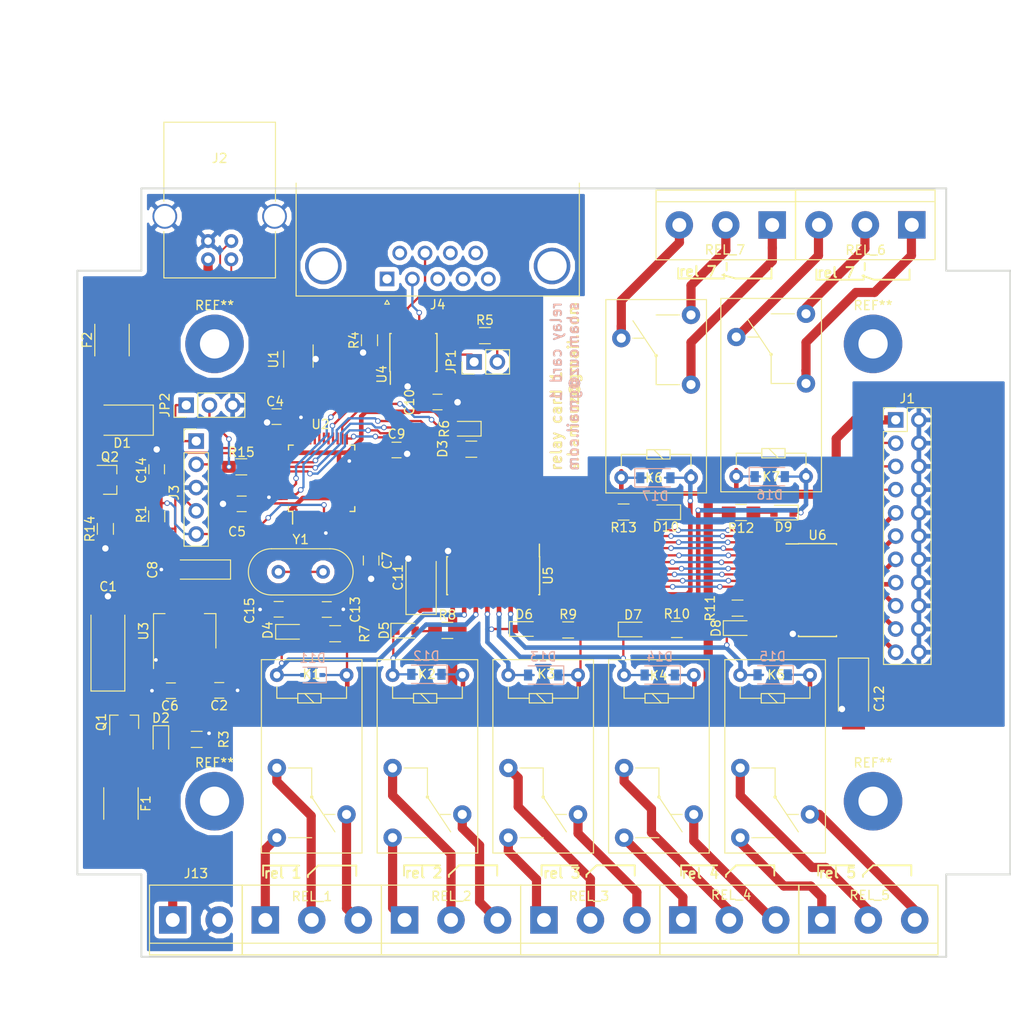
<source format=kicad_pcb>
(kicad_pcb (version 20171130) (host pcbnew 5.0.1)
  (layers (0 F.Cu signal) (31 B.Cu signal) (34 B.Paste user) (35 F.Paste user) (36 B.SilkS user) (37 F.SilkS user) (38 B.Mask user) (39 F.Mask user) (44 Edge.Cuts user))
  (net 0 "")
  (net 1 GND)
  (net 2 /NRST)
  (net 3 VCC)
  (net 4 +3V3)
  (net 5 "Net-(D1-Pad2)")
  (net 6 VBUS)
  (net 7 "Net-(F1-Pad1)")
  (net 8 "Net-(F1-Pad2)")
  (net 9 /SWCLK)
  (net 10 /SWDIO)
  (net 11 "Net-(R4-Pad2)")
  (net 12 /CAN_RX)
  (net 13 /CAN_TX)
  (net 14 /ralay_pwr_0_1)
  (net 15 /ralay_pwr_0_2)
  (net 16 /ralay_pwr_0_3)
  (net 17 /ralay_pwr_0_4)
  (net 18 /ralay_pwr_0_5)
  (net 19 /ralay_pwr_0_6)
  (net 20 /ralay_pwr_0_7)
  (net 21 /relay_0_1)
  (net 22 /relay_0_2)
  (net 23 /relay_0_3)
  (net 24 /relay_0_5)
  (net 25 /relay_0_6)
  (net 26 /relay_0_7)
  (net 27 /relay_1_5)
  (net 28 /relay_1_6)
  (net 29 /relay_1_7)
  (net 30 "Net-(K1-Pad2)")
  (net 31 "Net-(K1-Pad3)")
  (net 32 "Net-(K1-Pad4)")
  (net 33 "Net-(K2-Pad2)")
  (net 34 "Net-(K2-Pad3)")
  (net 35 "Net-(K2-Pad4)")
  (net 36 "Net-(K3-Pad2)")
  (net 37 "Net-(K3-Pad3)")
  (net 38 "Net-(K3-Pad4)")
  (net 39 "Net-(K4-Pad2)")
  (net 40 "Net-(K4-Pad3)")
  (net 41 "Net-(K4-Pad4)")
  (net 42 "Net-(K5-Pad2)")
  (net 43 "Net-(K5-Pad3)")
  (net 44 "Net-(K5-Pad4)")
  (net 45 "Net-(K6-Pad2)")
  (net 46 "Net-(K6-Pad3)")
  (net 47 "Net-(K6-Pad4)")
  (net 48 "Net-(K7-Pad2)")
  (net 49 "Net-(K7-Pad3)")
  (net 50 "Net-(K7-Pad4)")
  (net 51 /SPI_SCK)
  (net 52 /SPI_MISO)
  (net 53 /SPI_MOSI)
  (net 54 /ralay_pwr_1_2)
  (net 55 /ralay_pwr_1_1)
  (net 56 /ralay_pwr_1_7)
  (net 57 /ralay_pwr_1_6)
  (net 58 /ralay_pwr_1_5)
  (net 59 /ralay_pwr_1_4)
  (net 60 /ralay_pwr_1_3)
  (net 61 /USB_D0-)
  (net 62 /USB_D0+)
  (net 63 /USB_D+)
  (net 64 /USB_D-)
  (net 65 "Net-(D3-Pad1)")
  (net 66 "Net-(JP1-Pad2)")
  (net 67 "Net-(C13-Pad2)")
  (net 68 "Net-(D2-Pad2)")
  (net 69 "Net-(J4-Pad2)")
  (net 70 "Net-(J4-Pad7)")
  (net 71 "Net-(C15-Pad2)")
  (net 72 "Net-(D4-Pad2)")
  (net 73 "Net-(D5-Pad2)")
  (net 74 "Net-(D6-Pad2)")
  (net 75 "Net-(D7-Pad2)")
  (net 76 "Net-(D8-Pad2)")
  (net 77 "Net-(D9-Pad2)")
  (net 78 "Net-(D10-Pad2)")
  (net 79 /relay_0_4)
  (net 80 "Net-(Q2-Pad2)")
  (net 81 /relay_1_4)
  (net 82 /relay_1_3)
  (net 83 /relay_1_2)
  (net 84 /relay_1_1)
  (net 85 "Net-(R15-Pad2)")
  (net 86 "Net-(R6-Pad1)")
  (net 87 "Net-(JP2-Pad2)")
  (module Capacitors_SMD:C_0805_HandSoldering (layer F.Cu) (at 103.2256 112.9157 180)
    (fp_text reference C6 (at 0.1143 -1.651) (layer F.SilkS))
    (fp_text value 100n)
    (pad 2 smd rect (at 1.25 0 180) (size 1.5 1.25) (layers F.Cu F.Paste F.Mask) (net 1 GND))
    (pad 1 smd rect (at -1.25 0 180) (size 1.5 1.25) (layers F.Cu F.Paste F.Mask) (net 4 +3V3))
  )
  (module Resistors_SMD:R_0805_HandSoldering (layer F.Cu) (at 133.4554 106.3244)
    (fp_text reference R8 (at 0 -1.7) (layer F.SilkS))
    (fp_text value 570R)
    (pad 1 smd rect (at -1.35 0) (size 1.5 1.3) (layers F.Cu F.Paste F.Mask) (net 73 "Net-(D5-Pad2)"))
    (pad 2 smd rect (at 1.35 0) (size 1.5 1.3) (layers F.Cu F.Paste F.Mask) (net 3 VCC))
  )
  (module Relays_THT:Relay_SPDT_OMRON-G5Q (layer F.Cu) (at 165.481 111.202 270)
    (fp_text reference K5 (at -0.0221 -3.9354 180) (layer F.SilkS))
    (fp_text value G5SB-5V)
    (pad 1 thru_hole circle (at 0 0 90) (size 1.52 1.52) (drill 0.76) (layers *.Cu *.Mask) (net 18 /ralay_pwr_0_5))
    (pad 2 thru_hole circle (at 10.16 0 90) (size 2 2) (drill 1) (layers *.Cu *.Mask) (net 42 "Net-(K5-Pad2)"))
    (pad 3 thru_hole circle (at 17.78 0 90) (size 2 2) (drill 1) (layers *.Cu *.Mask) (net 43 "Net-(K5-Pad3)"))
    (pad 4 thru_hole circle (at 15.24 -7.62 90) (size 2 2) (drill 1) (layers *.Cu *.Mask) (net 44 "Net-(K5-Pad4)"))
    (pad 5 thru_hole circle (at 0 -7.62 90) (size 1.52 1.52) (drill 0.76) (layers *.Cu *.Mask) (net 3 VCC))
  )
  (module Connectors:USB_B (layer F.Cu) (at 107.2896 65.7606 90)
    (fp_text reference J2 (at 11.05 1.27 180) (layer F.SilkS))
    (fp_text value USB_B)
    (pad 5 thru_hole circle (at 4.7 -4.73) (size 2.7 2.7) (drill 2.3) (layers *.Cu *.Mask) (net 1 GND))
    (pad 5 thru_hole circle (at 4.7 7.27) (size 2.7 2.7) (drill 2.3) (layers *.Cu *.Mask) (net 1 GND))
    (pad 3 thru_hole circle (at 2 2.54) (size 1.52 1.52) (drill 0.81) (layers *.Cu *.Mask) (net 62 /USB_D0+))
    (pad 4 thru_hole circle (at 2 0) (size 1.52 1.52) (drill 0.81) (layers *.Cu *.Mask) (net 1 GND))
    (pad 1 thru_hole circle (at 0 0) (size 1.52 1.52) (drill 0.81) (layers *.Cu *.Mask) (net 6 VBUS))
    (pad 2 thru_hole circle (at 0 2.54) (size 1.52 1.52) (drill 0.81) (layers *.Cu *.Mask) (net 61 /USB_D0-))
  )
  (module Resistors_SMD:R_0805_HandSoldering (layer F.Cu) (at 96.0628 95.22586 90)
    (fp_text reference R14 (at 0 -1.7 90) (layer F.SilkS))
    (fp_text value 33k)
    (pad 2 smd rect (at 1.35 0 90) (size 1.5 1.3) (layers F.Cu F.Paste F.Mask) (net 80 "Net-(Q2-Pad2)"))
    (pad 1 smd rect (at -1.35 0 90) (size 1.5 1.3) (layers F.Cu F.Paste F.Mask) (net 1 GND))
  )
  (module Diodes_SMD:D_0805 (layer F.Cu) (at 116.2812 106.4768)
    (fp_text reference D4 (at -2.4511 -0.1778 90) (layer F.SilkS))
    (fp_text value LED)
    (pad 2 smd rect (at 1.05 0) (size 0.8 0.9) (layers F.Cu F.Paste F.Mask) (net 72 "Net-(D4-Pad2)"))
    (pad 1 smd rect (at -1.05 0) (size 0.8 0.9) (layers F.Cu F.Paste F.Mask) (net 14 /ralay_pwr_0_1))
  )
  (module Resistors_SMD:R_0805_HandSoldering (layer F.Cu) (at 146.6596 106.2736)
    (fp_text reference R9 (at 0 -1.7) (layer F.SilkS))
    (fp_text value 570R)
    (pad 2 smd rect (at 1.35 0) (size 1.5 1.3) (layers F.Cu F.Paste F.Mask) (net 3 VCC))
    (pad 1 smd rect (at -1.35 0) (size 1.5 1.3) (layers F.Cu F.Paste F.Mask) (net 74 "Net-(D6-Pad2)"))
  )
  (module Capacitors_Tantalum_SMD:CP_Tantalum_Case-B_EIA-3528-21_Hand (layer F.Cu) (at 177.8635 113.402 270)
    (fp_text reference C12 (at 0.39 -2.8067 270) (layer F.SilkS))
    (fp_text value 10uF/16V)
    (pad 1 smd rect (at -2.15 0 270) (size 3.2 2.5) (layers F.Cu F.Paste F.Mask) (net 3 VCC))
    (pad 2 smd rect (at 2.15 0 270) (size 3.2 2.5) (layers F.Cu F.Paste F.Mask) (net 1 GND))
  )
  (module Relays_THT:Relay_SPDT_OMRON-G5Q (layer F.Cu) (at 127.4668 111.202 270)
    (fp_text reference K2 (at -0.0856 -3.7496 180) (layer F.SilkS))
    (fp_text value G5SB-5V)
    (pad 1 thru_hole circle (at 0 0 90) (size 1.52 1.52) (drill 0.76) (layers *.Cu *.Mask) (net 15 /ralay_pwr_0_2))
    (pad 2 thru_hole circle (at 10.16 0 90) (size 2 2) (drill 1) (layers *.Cu *.Mask) (net 33 "Net-(K2-Pad2)"))
    (pad 3 thru_hole circle (at 17.78 0 90) (size 2 2) (drill 1) (layers *.Cu *.Mask) (net 34 "Net-(K2-Pad3)"))
    (pad 4 thru_hole circle (at 15.24 -7.62 90) (size 2 2) (drill 1) (layers *.Cu *.Mask) (net 35 "Net-(K2-Pad4)"))
    (pad 5 thru_hole circle (at 0 -7.62 90) (size 1.52 1.52) (drill 0.76) (layers *.Cu *.Mask) (net 3 VCC))
  )
  (module Relays_THT:Relay_SPDT_OMRON-G5Q (layer F.Cu) (at 160.094 89.6178 90)
    (fp_text reference K6 (at -0.0315 -4.0491) (layer F.SilkS))
    (fp_text value G5SB-5V)
    (pad 1 thru_hole circle (at 0 0 270) (size 1.52 1.52) (drill 0.76) (layers *.Cu *.Mask) (net 19 /ralay_pwr_0_6))
    (pad 2 thru_hole circle (at 10.16 0 270) (size 2 2) (drill 1) (layers *.Cu *.Mask) (net 45 "Net-(K6-Pad2)"))
    (pad 3 thru_hole circle (at 17.78 0 270) (size 2 2) (drill 1) (layers *.Cu *.Mask) (net 46 "Net-(K6-Pad3)"))
    (pad 4 thru_hole circle (at 15.24 -7.62 270) (size 2 2) (drill 1) (layers *.Cu *.Mask) (net 47 "Net-(K6-Pad4)"))
    (pad 5 thru_hole circle (at 0 -7.62 270) (size 1.52 1.52) (drill 0.76) (layers *.Cu *.Mask) (net 3 VCC))
  )
  (module Housings_QFP:LQFP-48_7x7mm_Pitch0.5mm (layer F.Cu) (at 119.708 89.694 90)
    (fp_text reference U2 (at 5.8994 -0.1248 180) (layer F.SilkS))
    (fp_text value STM32F072C8T6)
    (pad 1 smd rect (at -4.35 -2.75 90) (size 1.3 0.25) (layers F.Cu F.Paste F.Mask) (net 4 +3V3))
    (pad 2 smd rect (at -4.35 -2.25 90) (size 1.3 0.25) (layers F.Cu F.Paste F.Mask))
    (pad 3 smd rect (at -4.35 -1.75 90) (size 1.3 0.25) (layers F.Cu F.Paste F.Mask))
    (pad 4 smd rect (at -4.35 -1.25 90) (size 1.3 0.25) (layers F.Cu F.Paste F.Mask))
    (pad 5 smd rect (at -4.35 -0.75 90) (size 1.3 0.25) (layers F.Cu F.Paste F.Mask) (net 71 "Net-(C15-Pad2)"))
    (pad 6 smd rect (at -4.35 -0.25 90) (size 1.3 0.25) (layers F.Cu F.Paste F.Mask) (net 67 "Net-(C13-Pad2)"))
    (pad 7 smd rect (at -4.35 0.25 90) (size 1.3 0.25) (layers F.Cu F.Paste F.Mask) (net 2 /NRST))
    (pad 8 smd rect (at -4.35 0.75 90) (size 1.3 0.25) (layers F.Cu F.Paste F.Mask) (net 1 GND))
    (pad 9 smd rect (at -4.35 1.25 90) (size 1.3 0.25) (layers F.Cu F.Paste F.Mask) (net 4 +3V3))
    (pad 10 smd rect (at -4.35 1.75 90) (size 1.3 0.25) (layers F.Cu F.Paste F.Mask) (net 21 /relay_0_1))
    (pad 11 smd rect (at -4.35 2.25 90) (size 1.3 0.25) (layers F.Cu F.Paste F.Mask) (net 22 /relay_0_2))
    (pad 12 smd rect (at -4.35 2.75 90) (size 1.3 0.25) (layers F.Cu F.Paste F.Mask) (net 23 /relay_0_3))
    (pad 13 smd rect (at -2.75 4.35 180) (size 1.3 0.25) (layers F.Cu F.Paste F.Mask) (net 79 /relay_0_4))
    (pad 14 smd rect (at -2.25 4.35 180) (size 1.3 0.25) (layers F.Cu F.Paste F.Mask) (net 24 /relay_0_5))
    (pad 15 smd rect (at -1.75 4.35 180) (size 1.3 0.25) (layers F.Cu F.Paste F.Mask) (net 25 /relay_0_6))
    (pad 16 smd rect (at -1.25 4.35 180) (size 1.3 0.25) (layers F.Cu F.Paste F.Mask) (net 26 /relay_0_7))
    (pad 17 smd rect (at -0.75 4.35 180) (size 1.3 0.25) (layers F.Cu F.Paste F.Mask) (net 29 /relay_1_7))
    (pad 18 smd rect (at -0.25 4.35 180) (size 1.3 0.25) (layers F.Cu F.Paste F.Mask) (net 28 /relay_1_6))
    (pad 19 smd rect (at 0.25 4.35 180) (size 1.3 0.25) (layers F.Cu F.Paste F.Mask) (net 27 /relay_1_5))
    (pad 20 smd rect (at 0.75 4.35 180) (size 1.3 0.25) (layers F.Cu F.Paste F.Mask) (net 81 /relay_1_4))
    (pad 21 smd rect (at 1.25 4.35 180) (size 1.3 0.25) (layers F.Cu F.Paste F.Mask) (net 82 /relay_1_3))
    (pad 22 smd rect (at 1.75 4.35 180) (size 1.3 0.25) (layers F.Cu F.Paste F.Mask) (net 83 /relay_1_2))
    (pad 23 smd rect (at 2.25 4.35 180) (size 1.3 0.25) (layers F.Cu F.Paste F.Mask) (net 1 GND))
    (pad 24 smd rect (at 2.75 4.35 180) (size 1.3 0.25) (layers F.Cu F.Paste F.Mask) (net 4 +3V3))
    (pad 25 smd rect (at 4.35 2.75 90) (size 1.3 0.25) (layers F.Cu F.Paste F.Mask) (net 84 /relay_1_1))
    (pad 26 smd rect (at 4.35 2.25 90) (size 1.3 0.25) (layers F.Cu F.Paste F.Mask) (net 86 "Net-(R6-Pad1)"))
    (pad 27 smd rect (at 4.35 1.75 90) (size 1.3 0.25) (layers F.Cu F.Paste F.Mask))
    (pad 28 smd rect (at 4.35 1.25 90) (size 1.3 0.25) (layers F.Cu F.Paste F.Mask))
    (pad 29 smd rect (at 4.35 0.75 90) (size 1.3 0.25) (layers F.Cu F.Paste F.Mask))
    (pad 30 smd rect (at 4.35 0.25 90) (size 1.3 0.25) (layers F.Cu F.Paste F.Mask))
    (pad 31 smd rect (at 4.35 -0.25 90) (size 1.3 0.25) (layers F.Cu F.Paste F.Mask))
    (pad 32 smd rect (at 4.35 -0.75 90) (size 1.3 0.25) (layers F.Cu F.Paste F.Mask) (net 64 /USB_D-))
    (pad 33 smd rect (at 4.35 -1.25 90) (size 1.3 0.25) (layers F.Cu F.Paste F.Mask) (net 63 /USB_D+))
    (pad 34 smd rect (at 4.35 -1.75 90) (size 1.3 0.25) (layers F.Cu F.Paste F.Mask) (net 10 /SWDIO))
    (pad 35 smd rect (at 4.35 -2.25 90) (size 1.3 0.25) (layers F.Cu F.Paste F.Mask) (net 1 GND))
    (pad 36 smd rect (at 4.35 -2.75 90) (size 1.3 0.25) (layers F.Cu F.Paste F.Mask) (net 4 +3V3))
    (pad 37 smd rect (at 2.75 -4.35 180) (size 1.3 0.25) (layers F.Cu F.Paste F.Mask) (net 9 /SWCLK))
    (pad 38 smd rect (at 2.25 -4.35 180) (size 1.3 0.25) (layers F.Cu F.Paste F.Mask))
    (pad 39 smd rect (at 1.75 -4.35 180) (size 1.3 0.25) (layers F.Cu F.Paste F.Mask) (net 51 /SPI_SCK))
    (pad 40 smd rect (at 1.25 -4.35 180) (size 1.3 0.25) (layers F.Cu F.Paste F.Mask) (net 52 /SPI_MISO))
    (pad 41 smd rect (at 0.75 -4.35 180) (size 1.3 0.25) (layers F.Cu F.Paste F.Mask) (net 53 /SPI_MOSI))
    (pad 42 smd rect (at 0.25 -4.35 180) (size 1.3 0.25) (layers F.Cu F.Paste F.Mask))
    (pad 43 smd rect (at -0.25 -4.35 180) (size 1.3 0.25) (layers F.Cu F.Paste F.Mask))
    (pad 44 smd rect (at -0.75 -4.35 180) (size 1.3 0.25) (layers F.Cu F.Paste F.Mask) (net 85 "Net-(R15-Pad2)"))
    (pad 45 smd rect (at -1.25 -4.35 180) (size 1.3 0.25) (layers F.Cu F.Paste F.Mask) (net 12 /CAN_RX))
    (pad 46 smd rect (at -1.75 -4.35 180) (size 1.3 0.25) (layers F.Cu F.Paste F.Mask) (net 13 /CAN_TX))
    (pad 47 smd rect (at -2.25 -4.35 180) (size 1.3 0.25) (layers F.Cu F.Paste F.Mask) (net 1 GND))
    (pad 48 smd rect (at -2.75 -4.35 180) (size 1.3 0.25) (layers F.Cu F.Paste F.Mask) (net 4 +3V3))
  )
  (module Pin_Headers:Pin_Header_Straight_1x05_Pitch2.54mm (layer F.Cu) (at 105.992 85.63)
    (fp_text reference J3 (at -2.4108 5.6322 90) (layer F.SilkS))
    (fp_text value Conn_01x05)
    (pad 1 thru_hole rect (at 0 0) (size 1.7 1.7) (drill 1) (layers *.Cu *.Mask) (net 4 +3V3))
    (pad 2 thru_hole oval (at 0 2.54) (size 1.7 1.7) (drill 1) (layers *.Cu *.Mask) (net 9 /SWCLK))
    (pad 3 thru_hole oval (at 0 5.08) (size 1.7 1.7) (drill 1) (layers *.Cu *.Mask) (net 1 GND))
    (pad 4 thru_hole oval (at 0 7.62) (size 1.7 1.7) (drill 1) (layers *.Cu *.Mask) (net 10 /SWDIO))
    (pad 5 thru_hole oval (at 0 10.16) (size 1.7 1.7) (drill 1) (layers *.Cu *.Mask) (net 2 /NRST))
  )
  (module Capacitors_SMD:C_0805_HandSoldering (layer F.Cu) (at 101.674 88.7088 270)
    (fp_text reference C14 (at 0.1277 1.6742 270) (layer F.SilkS))
    (fp_text value 100n)
    (pad 1 smd rect (at -1.25 0 270) (size 1.5 1.25) (layers F.Cu F.Paste F.Mask) (net 1 GND))
    (pad 2 smd rect (at 1.25 0 270) (size 1.5 1.25) (layers F.Cu F.Paste F.Mask) (net 2 /NRST))
  )
  (module Capacitors_Tantalum_SMD:CP_Tantalum_Case-C_EIA-6032-28_Hand (layer F.Cu) (at 96.34 107.651 90)
    (fp_text reference C1 (at 6.1145 0.0276 180) (layer F.SilkS))
    (fp_text value 47uF/16V)
    (pad 1 smd rect (at -3.125 0 90) (size 3.75 2.5) (layers F.Cu F.Paste F.Mask) (net 3 VCC))
    (pad 2 smd rect (at 3.125 0 90) (size 3.75 2.5) (layers F.Cu F.Paste F.Mask) (net 1 GND))
  )
  (module Capacitors_SMD:C_0805_HandSoldering (layer F.Cu) (at 108.5142 112.8776)
    (fp_text reference C2 (at -0.0181 1.6637 180) (layer F.SilkS))
    (fp_text value 100n)
    (pad 1 smd rect (at -1.25 0) (size 1.5 1.25) (layers F.Cu F.Paste F.Mask) (net 3 VCC))
    (pad 2 smd rect (at 1.25 0) (size 1.5 1.25) (layers F.Cu F.Paste F.Mask) (net 1 GND))
  )
  (module Capacitors_SMD:C_0805_HandSoldering (layer F.Cu) (at 114.7772 82.9564 180)
    (fp_text reference C4 (at 0.1597 1.651 180) (layer F.SilkS))
    (fp_text value " 100n")
    (pad 1 smd rect (at -1.25 0 180) (size 1.5 1.25) (layers F.Cu F.Paste F.Mask) (net 4 +3V3))
    (pad 2 smd rect (at 1.25 0 180) (size 1.5 1.25) (layers F.Cu F.Paste F.Mask) (net 1 GND))
  )
  (module Capacitors_SMD:C_0805_HandSoldering (layer F.Cu) (at 110.965 92.488 180)
    (fp_text reference C5 (at 0.5131 -3.0414 180) (layer F.SilkS))
    (fp_text value " 100n")
    (pad 1 smd rect (at -1.25 0 180) (size 1.5 1.25) (layers F.Cu F.Paste F.Mask) (net 4 +3V3))
    (pad 2 smd rect (at 1.25 0 180) (size 1.5 1.25) (layers F.Cu F.Paste F.Mask) (net 1 GND))
  )
  (module Capacitors_SMD:C_0805_HandSoldering (layer F.Cu) (at 125.1204 98.6844 270)
    (fp_text reference C7 (at 0 -1.75 270) (layer F.SilkS))
    (fp_text value 100n)
    (pad 1 smd rect (at -1.25 0 270) (size 1.5 1.25) (layers F.Cu F.Paste F.Mask) (net 4 +3V3))
    (pad 2 smd rect (at 1.25 0 270) (size 1.5 1.25) (layers F.Cu F.Paste F.Mask) (net 1 GND))
  )
  (module Capacitors_Tantalum_SMD:CP_Tantalum_Case-A_EIA-3216-18_Hand (layer F.Cu) (at 105.8484 99.6696 180)
    (fp_text reference C8 (at 4.6233 -0.0359 270) (layer F.SilkS))
    (fp_text value 2.2uF/6.3V)
    (pad 1 smd rect (at -2 0 180) (size 3.2 1.5) (layers F.Cu F.Paste F.Mask) (net 4 +3V3))
    (pad 2 smd rect (at 2 0 180) (size 3.2 1.5) (layers F.Cu F.Paste F.Mask) (net 1 GND))
  )
  (module Capacitors_SMD:C_0805_HandSoldering (layer F.Cu) (at 127.8944 86.6013)
    (fp_text reference C9 (at 0 -1.75) (layer F.SilkS))
    (fp_text value 100n)
    (pad 1 smd rect (at -1.25 0) (size 1.5 1.25) (layers F.Cu F.Paste F.Mask) (net 4 +3V3))
    (pad 2 smd rect (at 1.25 0) (size 1.5 1.25) (layers F.Cu F.Paste F.Mask) (net 1 GND))
  )
  (module Capacitors_SMD:C_0805_HandSoldering (layer F.Cu) (at 132.3794 81.3562)
    (fp_text reference C10 (at -3.068 0.0254 90) (layer F.SilkS))
    (fp_text value 100n)
    (pad 1 smd rect (at -1.25 0) (size 1.5 1.25) (layers F.Cu F.Paste F.Mask) (net 4 +3V3))
    (pad 2 smd rect (at 1.25 0) (size 1.5 1.25) (layers F.Cu F.Paste F.Mask) (net 1 GND))
  )
  (module Capacitors_Tantalum_SMD:CP_Tantalum_Case-B_EIA-3528-21_Hand (layer F.Cu) (at 130.5814 100.5332 90)
    (fp_text reference C11 (at 0 -2.5146 90) (layer F.SilkS))
    (fp_text value 10uF/16V)
    (pad 1 smd rect (at -2.15 0 90) (size 3.2 2.5) (layers F.Cu F.Paste F.Mask) (net 3 VCC))
    (pad 2 smd rect (at 2.15 0 90) (size 3.2 2.5) (layers F.Cu F.Paste F.Mask) (net 1 GND))
  )
  (module Diodes_SMD:D_SOD-323 (layer F.Cu) (at 102.1334 118.2456 270)
    (fp_text reference D2 (at -2.3495 0) (layer F.SilkS))
    (fp_text value 5v1)
    (pad 1 smd rect (at -1.05 0 270) (size 0.6 0.45) (layers F.Cu F.Paste F.Mask) (net 3 VCC))
    (pad 2 smd rect (at 1.05 0 270) (size 0.6 0.45) (layers F.Cu F.Paste F.Mask) (net 68 "Net-(D2-Pad2)"))
  )
  (module Relays_THT:Relay_SPDT_OMRON-G5Q (layer F.Cu) (at 114.8118 111.202 270)
    (fp_text reference K1 (at -0.0856 -3.7808 180) (layer F.SilkS))
    (fp_text value G5SB-5V)
    (pad 1 thru_hole circle (at 0 0 90) (size 1.52 1.52) (drill 0.76) (layers *.Cu *.Mask) (net 14 /ralay_pwr_0_1))
    (pad 2 thru_hole circle (at 10.16 0 90) (size 2 2) (drill 1) (layers *.Cu *.Mask) (net 30 "Net-(K1-Pad2)"))
    (pad 3 thru_hole circle (at 17.78 0 90) (size 2 2) (drill 1) (layers *.Cu *.Mask) (net 31 "Net-(K1-Pad3)"))
    (pad 4 thru_hole circle (at 15.24 -7.62 90) (size 2 2) (drill 1) (layers *.Cu *.Mask) (net 32 "Net-(K1-Pad4)"))
    (pad 5 thru_hole circle (at 0 -7.62 90) (size 1.52 1.52) (drill 0.76) (layers *.Cu *.Mask) (net 3 VCC))
  )
  (module TO_SOT_Packages_SMD:SOT-23 (layer F.Cu) (at 98.118 116.348 90)
    (fp_text reference Q1 (at 0 -2.5 90) (layer F.SilkS))
    (fp_text value IRLML6402TRPBF)
    (pad 1 smd rect (at -1 -0.95 90) (size 0.9 0.8) (layers F.Cu F.Paste F.Mask) (net 7 "Net-(F1-Pad1)"))
    (pad 2 smd rect (at -1 0.95 90) (size 0.9 0.8) (layers F.Cu F.Paste F.Mask) (net 68 "Net-(D2-Pad2)"))
    (pad 3 smd rect (at 1 0 90) (size 0.9 0.8) (layers F.Cu F.Paste F.Mask) (net 3 VCC))
  )
  (module Resistors_SMD:R_0805_HandSoldering (layer F.Cu) (at 101.674 93.8558 270)
    (fp_text reference R1 (at -0.2314 1.6742 270) (layer F.SilkS))
    (fp_text value 100K)
    (pad 1 smd rect (at -1.35 0 270) (size 1.5 1.3) (layers F.Cu F.Paste F.Mask) (net 2 /NRST))
    (pad 2 smd rect (at 1.35 0 270) (size 1.5 1.3) (layers F.Cu F.Paste F.Mask) (net 4 +3V3))
  )
  (module Resistors_SMD:R_0805_HandSoldering (layer F.Cu) (at 106.0488 118.237 180)
    (fp_text reference R3 (at -2.9619 -0.0022 -90) (layer F.SilkS))
    (fp_text value 33k)
    (pad 1 smd rect (at -1.35 0 180) (size 1.5 1.3) (layers F.Cu F.Paste F.Mask) (net 1 GND))
    (pad 2 smd rect (at 1.35 0 180) (size 1.5 1.3) (layers F.Cu F.Paste F.Mask) (net 68 "Net-(D2-Pad2)"))
  )
  (module Resistors_SMD:R_0805_HandSoldering (layer F.Cu) (at 124.9426 74.6036 90)
    (fp_text reference R4 (at 0 -1.7 90) (layer F.SilkS))
    (fp_text value 10k)
    (pad 1 smd rect (at -1.35 0 90) (size 1.5 1.3) (layers F.Cu F.Paste F.Mask) (net 1 GND))
    (pad 2 smd rect (at 1.35 0 90) (size 1.5 1.3) (layers F.Cu F.Paste F.Mask) (net 11 "Net-(R4-Pad2)"))
  )
  (module TO_SOT_Packages_SMD:SOT-23-6 (layer F.Cu) (at 117.168 76.656 270)
    (fp_text reference U1 (at 0.0266 2.7283 270) (layer F.SilkS))
    (fp_text value USBLC6-2SC6)
    (pad 1 smd rect (at -1.1 -0.95 270) (size 1.06 0.65) (layers F.Cu F.Paste F.Mask) (net 61 /USB_D0-))
    (pad 2 smd rect (at -1.1 0 270) (size 1.06 0.65) (layers F.Cu F.Paste F.Mask) (net 1 GND))
    (pad 3 smd rect (at -1.1 0.95 270) (size 1.06 0.65) (layers F.Cu F.Paste F.Mask) (net 62 /USB_D0+))
    (pad 4 smd rect (at 1.1 0.95 270) (size 1.06 0.65) (layers F.Cu F.Paste F.Mask) (net 63 /USB_D+))
    (pad 6 smd rect (at 1.1 -0.95 270) (size 1.06 0.65) (layers F.Cu F.Paste F.Mask) (net 64 /USB_D-))
    (pad 5 smd rect (at 1.1 0 270) (size 1.06 0.65) (layers F.Cu F.Paste F.Mask) (net 6 VBUS))
  )
  (module Mounting_Holes:MountingHole_3.2mm_M3_Pad (layer F.Cu) (at 108 75)
    (fp_text reference REF** (at 0 -4.2) (layer F.SilkS))
    (fp_text value MountingHole_3.2mm_M3_Pad)
    (pad 1 thru_hole circle (at 0 0) (size 6.4 6.4) (drill 3.2) (layers *.Cu *.Mask))
  )
  (module Mounting_Holes:MountingHole_3.2mm_M3_Pad (layer F.Cu) (at 180 75)
    (fp_text reference REF** (at 0 -4.2) (layer F.SilkS))
    (fp_text value MountingHole_3.2mm_M3_Pad)
    (pad 1 thru_hole circle (at 0 0) (size 6.4 6.4) (drill 3.2) (layers *.Cu *.Mask))
  )
  (module Mounting_Holes:MountingHole_3.2mm_M3_Pad (layer F.Cu) (at 108 125)
    (fp_text reference REF** (at 0 -4.2) (layer F.SilkS))
    (fp_text value MountingHole_3.2mm_M3_Pad)
    (pad 1 thru_hole circle (at 0 0) (size 6.4 6.4) (drill 3.2) (layers *.Cu *.Mask))
  )
  (module Mounting_Holes:MountingHole_3.2mm_M3_Pad (layer F.Cu) (at 180 125)
    (fp_text reference REF** (at 0 -4.2) (layer F.SilkS))
    (fp_text value MountingHole_3.2mm_M3_Pad)
    (pad 1 thru_hole circle (at 0 0) (size 6.4 6.4) (drill 3.2) (layers *.Cu *.Mask))
  )
  (module Relays_THT:Relay_SPDT_OMRON-G5Q (layer F.Cu) (at 140.1218 111.202 270)
    (fp_text reference K3 (at -0.111 -4.1502 180) (layer F.SilkS))
    (fp_text value G5SB-5V)
    (pad 1 thru_hole circle (at 0 0 90) (size 1.52 1.52) (drill 0.76) (layers *.Cu *.Mask) (net 16 /ralay_pwr_0_3))
    (pad 2 thru_hole circle (at 10.16 0 90) (size 2 2) (drill 1) (layers *.Cu *.Mask) (net 36 "Net-(K3-Pad2)"))
    (pad 3 thru_hole circle (at 17.78 0 90) (size 2 2) (drill 1) (layers *.Cu *.Mask) (net 37 "Net-(K3-Pad3)"))
    (pad 4 thru_hole circle (at 15.24 -7.62 90) (size 2 2) (drill 1) (layers *.Cu *.Mask) (net 38 "Net-(K3-Pad4)"))
    (pad 5 thru_hole circle (at 0 -7.62 90) (size 1.52 1.52) (drill 0.76) (layers *.Cu *.Mask) (net 3 VCC))
  )
  (module Relays_THT:Relay_SPDT_OMRON-G5Q (layer F.Cu) (at 152.7768 111.202 270)
    (fp_text reference K4 (at 0.0668 -3.7761 180) (layer F.SilkS))
    (fp_text value G5SB-5V)
    (pad 1 thru_hole circle (at 0 0 90) (size 1.52 1.52) (drill 0.76) (layers *.Cu *.Mask) (net 17 /ralay_pwr_0_4))
    (pad 2 thru_hole circle (at 10.16 0 90) (size 2 2) (drill 1) (layers *.Cu *.Mask) (net 39 "Net-(K4-Pad2)"))
    (pad 3 thru_hole circle (at 17.78 0 90) (size 2 2) (drill 1) (layers *.Cu *.Mask) (net 40 "Net-(K4-Pad3)"))
    (pad 4 thru_hole circle (at 15.24 -7.62 90) (size 2 2) (drill 1) (layers *.Cu *.Mask) (net 41 "Net-(K4-Pad4)"))
    (pad 5 thru_hole circle (at 0 -7.62 90) (size 1.52 1.52) (drill 0.76) (layers *.Cu *.Mask) (net 3 VCC))
  )
  (module Relays_THT:Relay_SPDT_OMRON-G5Q (layer F.Cu) (at 172.667 89.4908 90)
    (fp_text reference K7 (at -0.0315 -3.7951) (layer F.SilkS))
    (fp_text value G5SB-5V)
    (pad 1 thru_hole circle (at 0 0 270) (size 1.52 1.52) (drill 0.76) (layers *.Cu *.Mask) (net 20 /ralay_pwr_0_7))
    (pad 2 thru_hole circle (at 10.16 0 270) (size 2 2) (drill 1) (layers *.Cu *.Mask) (net 48 "Net-(K7-Pad2)"))
    (pad 3 thru_hole circle (at 17.78 0 270) (size 2 2) (drill 1) (layers *.Cu *.Mask) (net 49 "Net-(K7-Pad3)"))
    (pad 4 thru_hole circle (at 15.24 -7.62 270) (size 2 2) (drill 1) (layers *.Cu *.Mask) (net 50 "Net-(K7-Pad4)"))
    (pad 5 thru_hole circle (at 0 -7.62 270) (size 1.52 1.52) (drill 0.76) (layers *.Cu *.Mask) (net 3 VCC))
  )
  (module Capacitors_SMD:C_0805_HandSoldering (layer F.Cu) (at 120.269 104.0384 180)
    (fp_text reference C13 (at -3.10864 -0.01016 270) (layer F.SilkS))
    (fp_text value 22p)
    (pad 1 smd rect (at -1.25 0 180) (size 1.5 1.25) (layers F.Cu F.Paste F.Mask) (net 1 GND))
    (pad 2 smd rect (at 1.25 0 180) (size 1.5 1.25) (layers F.Cu F.Paste F.Mask) (net 67 "Net-(C13-Pad2)"))
  )
  (module Connectors_Terminal_Blocks:TerminalBlock_bornier-2_P5.08mm (layer F.Cu) (at 103.4266 137.9794)
    (fp_text reference J13 (at 2.54 -5.08) (layer F.SilkS))
    (fp_text value Conn_01x02)
    (pad 1 thru_hole rect (at 0 0) (size 3 3) (drill 1.52) (layers *.Cu *.Mask) (net 8 "Net-(F1-Pad2)"))
    (pad 2 thru_hole circle (at 5.08 0) (size 3 3) (drill 1.52) (layers *.Cu *.Mask) (net 1 GND))
  )
  (module Crystals:Crystal_HC49-4H_Vertical (layer F.Cu) (at 119.8626 99.9236 180)
    (fp_text reference Y1 (at 2.4384 3.5433 180) (layer F.SilkS))
    (fp_text value 8MHz)
    (pad 1 thru_hole circle (at 0 0 180) (size 1.5 1.5) (drill 0.8) (layers *.Cu *.Mask) (net 67 "Net-(C13-Pad2)"))
    (pad 2 thru_hole circle (at 4.88 0 180) (size 1.5 1.5) (drill 0.8) (layers *.Cu *.Mask) (net 71 "Net-(C15-Pad2)"))
  )
  (module Connectors_Terminal_Blocks:TerminalBlock_bornier-3_P5.08mm (layer F.Cu) (at 113.5484 137.9794)
    (fp_text reference REL_1 (at 5.095 -2.572) (layer F.SilkS))
    (fp_text value Conn_01x03)
    (pad 1 thru_hole rect (at 0 0) (size 3 3) (drill 1.52) (layers *.Cu *.Mask) (net 31 "Net-(K1-Pad3)"))
    (pad 2 thru_hole circle (at 5.08 0) (size 3 3) (drill 1.52) (layers *.Cu *.Mask) (net 30 "Net-(K1-Pad2)"))
    (pad 3 thru_hole circle (at 10.16 0) (size 3 3) (drill 1.52) (layers *.Cu *.Mask) (net 32 "Net-(K1-Pad4)"))
  )
  (module Connectors_Terminal_Blocks:TerminalBlock_bornier-3_P5.08mm (layer F.Cu) (at 128.7758 137.9794)
    (fp_text reference REL_2 (at 5.1076 -2.5974) (layer F.SilkS))
    (fp_text value Conn_01x03)
    (pad 1 thru_hole rect (at 0 0) (size 3 3) (drill 1.52) (layers *.Cu *.Mask) (net 34 "Net-(K2-Pad3)"))
    (pad 2 thru_hole circle (at 5.08 0) (size 3 3) (drill 1.52) (layers *.Cu *.Mask) (net 33 "Net-(K2-Pad2)"))
    (pad 3 thru_hole circle (at 10.16 0) (size 3 3) (drill 1.52) (layers *.Cu *.Mask) (net 35 "Net-(K2-Pad4)"))
  )
  (module Connectors_Terminal_Blocks:TerminalBlock_bornier-3_P5.08mm (layer F.Cu) (at 144.0158 137.9794)
    (fp_text reference REL_3 (at 4.9298 -2.5974) (layer F.SilkS))
    (fp_text value Conn_01x03)
    (pad 1 thru_hole rect (at 0 0) (size 3 3) (drill 1.52) (layers *.Cu *.Mask) (net 37 "Net-(K3-Pad3)"))
    (pad 2 thru_hole circle (at 5.08 0) (size 3 3) (drill 1.52) (layers *.Cu *.Mask) (net 36 "Net-(K3-Pad2)"))
    (pad 3 thru_hole circle (at 10.16 0) (size 3 3) (drill 1.52) (layers *.Cu *.Mask) (net 38 "Net-(K3-Pad4)"))
  )
  (module Connectors_Terminal_Blocks:TerminalBlock_bornier-3_P5.08mm (layer F.Cu) (at 159.205 137.9794)
    (fp_text reference REL_4 (at 5.2854 -2.7244) (layer F.SilkS))
    (fp_text value Conn_01x03)
    (pad 1 thru_hole rect (at 0 0) (size 3 3) (drill 1.52) (layers *.Cu *.Mask) (net 40 "Net-(K4-Pad3)"))
    (pad 2 thru_hole circle (at 5.08 0) (size 3 3) (drill 1.52) (layers *.Cu *.Mask) (net 39 "Net-(K4-Pad2)"))
    (pad 3 thru_hole circle (at 10.16 0) (size 3 3) (drill 1.52) (layers *.Cu *.Mask) (net 41 "Net-(K4-Pad4)"))
  )
  (module Connectors_Terminal_Blocks:TerminalBlock_bornier-3_P5.08mm (layer F.Cu) (at 174.3942 137.9794)
    (fp_text reference REL_5 (at 5.2346 -2.699) (layer F.SilkS))
    (fp_text value Conn_01x03)
    (pad 1 thru_hole rect (at 0 0) (size 3 3) (drill 1.52) (layers *.Cu *.Mask) (net 43 "Net-(K5-Pad3)"))
    (pad 2 thru_hole circle (at 5.08 0) (size 3 3) (drill 1.52) (layers *.Cu *.Mask) (net 42 "Net-(K5-Pad2)"))
    (pad 3 thru_hole circle (at 10.16 0) (size 3 3) (drill 1.52) (layers *.Cu *.Mask) (net 44 "Net-(K5-Pad4)"))
  )
  (module Connectors_Terminal_Blocks:TerminalBlock_bornier-3_P5.08mm (layer F.Cu) (at 184.2389 61.9887 180)
    (fp_text reference REL_6 (at 5.05 -2.7559 180) (layer F.SilkS))
    (fp_text value Conn_01x03)
    (pad 1 thru_hole rect (at 0 0 180) (size 3 3) (drill 1.52) (layers *.Cu *.Mask) (net 48 "Net-(K7-Pad2)"))
    (pad 2 thru_hole circle (at 5.08 0 180) (size 3 3) (drill 1.52) (layers *.Cu *.Mask) (net 49 "Net-(K7-Pad3)"))
    (pad 3 thru_hole circle (at 10.16 0 180) (size 3 3) (drill 1.52) (layers *.Cu *.Mask) (net 50 "Net-(K7-Pad4)"))
  )
  (module Connectors_Terminal_Blocks:TerminalBlock_bornier-3_P5.08mm (layer F.Cu) (at 168.9735 62 180)
    (fp_text reference REL_7 (at 5.1689 -2.7192 180) (layer F.SilkS))
    (fp_text value Conn_01x03)
    (pad 1 thru_hole rect (at 0 0 180) (size 3 3) (drill 1.52) (layers *.Cu *.Mask) (net 45 "Net-(K6-Pad2)"))
    (pad 2 thru_hole circle (at 5.08 0 180) (size 3 3) (drill 1.52) (layers *.Cu *.Mask) (net 46 "Net-(K6-Pad3)"))
    (pad 3 thru_hole circle (at 10.16 0 180) (size 3 3) (drill 1.52) (layers *.Cu *.Mask) (net 47 "Net-(K6-Pad4)"))
  )
  (module Diodes_SMD:D_0805 (layer F.Cu) (at 135.543 84.2772 180)
    (fp_text reference D3 (at 2.6121 -2.1971 270) (layer F.SilkS))
    (fp_text value LED)
    (pad 2 smd rect (at 1.05 0 180) (size 0.8 0.9) (layers F.Cu F.Paste F.Mask) (net 4 +3V3))
    (pad 1 smd rect (at -1.05 0 180) (size 0.8 0.9) (layers F.Cu F.Paste F.Mask) (net 65 "Net-(D3-Pad1)"))
  )
  (module Resistors_SMD:R_0805_HandSoldering (layer F.Cu) (at 137.5575 74.10196)
    (fp_text reference R5 (at 0 -1.7) (layer F.SilkS))
    (fp_text value 120R)
    (pad 1 smd rect (at -1.35 0) (size 1.5 1.3) (layers F.Cu F.Paste F.Mask) (net 69 "Net-(J4-Pad2)"))
    (pad 2 smd rect (at 1.35 0) (size 1.5 1.3) (layers F.Cu F.Paste F.Mask) (net 66 "Net-(JP1-Pad2)"))
  )
  (module Resistors_SMD:R_0805_HandSoldering (layer F.Cu) (at 136.0716 86.5124)
    (fp_text reference R6 (at -2.9502 -2.2225 90) (layer F.SilkS))
    (fp_text value 570R)
    (pad 2 smd rect (at 1.35 0) (size 1.5 1.3) (layers F.Cu F.Paste F.Mask) (net 65 "Net-(D3-Pad1)"))
    (pad 1 smd rect (at -1.35 0) (size 1.5 1.3) (layers F.Cu F.Paste F.Mask) (net 86 "Net-(R6-Pad1)"))
  )
  (module Diodes_SMD:D_SMA (layer F.Cu) (at 97.90278 83.33994 180)
    (fp_text reference D1 (at 0 -2.5 180) (layer F.SilkS))
    (fp_text value STPS1L30A)
    (pad 2 smd rect (at 2 0 180) (size 2.5 1.8) (layers F.Cu F.Paste F.Mask) (net 5 "Net-(D1-Pad2)"))
    (pad 1 smd rect (at -2 0 180) (size 2.5 1.8) (layers F.Cu F.Paste F.Mask) (net 3 VCC))
  )
  (module Housings_SOIC:SOIC-16_3.9x9.9mm_Pitch1.27mm (layer F.Cu) (at 138.4681 100.3427 270)
    (fp_text reference U5 (at 0 -6 270) (layer F.SilkS))
    (fp_text value ULN2003A)
    (pad 16 smd rect (at 2.7 -4.445 270) (size 1.5 0.6) (layers F.Cu F.Paste F.Mask) (net 20 /ralay_pwr_0_7))
    (pad 15 smd rect (at 2.7 -3.175 270) (size 1.5 0.6) (layers F.Cu F.Paste F.Mask) (net 19 /ralay_pwr_0_6))
    (pad 14 smd rect (at 2.7 -1.905 270) (size 1.5 0.6) (layers F.Cu F.Paste F.Mask) (net 18 /ralay_pwr_0_5))
    (pad 13 smd rect (at 2.7 -0.635 270) (size 1.5 0.6) (layers F.Cu F.Paste F.Mask) (net 17 /ralay_pwr_0_4))
    (pad 12 smd rect (at 2.7 0.635 270) (size 1.5 0.6) (layers F.Cu F.Paste F.Mask) (net 16 /ralay_pwr_0_3))
    (pad 11 smd rect (at 2.7 1.905 270) (size 1.5 0.6) (layers F.Cu F.Paste F.Mask) (net 15 /ralay_pwr_0_2))
    (pad 10 smd rect (at 2.7 3.175 270) (size 1.5 0.6) (layers F.Cu F.Paste F.Mask) (net 14 /ralay_pwr_0_1))
    (pad 9 smd rect (at 2.7 4.445 270) (size 1.5 0.6) (layers F.Cu F.Paste F.Mask) (net 3 VCC))
    (pad 8 smd rect (at -2.7 4.445 270) (size 1.5 0.6) (layers F.Cu F.Paste F.Mask) (net 1 GND))
    (pad 7 smd rect (at -2.7 3.175 270) (size 1.5 0.6) (layers F.Cu F.Paste F.Mask) (net 21 /relay_0_1))
    (pad 6 smd rect (at -2.7 1.905 270) (size 1.5 0.6) (layers F.Cu F.Paste F.Mask) (net 22 /relay_0_2))
    (pad 5 smd rect (at -2.7 0.635 270) (size 1.5 0.6) (layers F.Cu F.Paste F.Mask) (net 23 /relay_0_3))
    (pad 4 smd rect (at -2.7 -0.635 270) (size 1.5 0.6) (layers F.Cu F.Paste F.Mask) (net 79 /relay_0_4))
    (pad 3 smd rect (at -2.7 -1.905 270) (size 1.5 0.6) (layers F.Cu F.Paste F.Mask) (net 24 /relay_0_5))
    (pad 2 smd rect (at -2.7 -3.175 270) (size 1.5 0.6) (layers F.Cu F.Paste F.Mask) (net 25 /relay_0_6))
    (pad 1 smd rect (at -2.7 -4.445 270) (size 1.5 0.6) (layers F.Cu F.Paste F.Mask) (net 26 /relay_0_7))
  )
  (module Housings_SOIC:SOIC-16_3.9x9.9mm_Pitch1.27mm (layer F.Cu) (at 173.9265 101.9175)
    (fp_text reference U6 (at 0 -6) (layer F.SilkS))
    (fp_text value ULN2003A)
    (pad 1 smd rect (at -2.7 -4.445) (size 1.5 0.6) (layers F.Cu F.Paste F.Mask) (net 84 /relay_1_1))
    (pad 2 smd rect (at -2.7 -3.175) (size 1.5 0.6) (layers F.Cu F.Paste F.Mask) (net 83 /relay_1_2))
    (pad 3 smd rect (at -2.7 -1.905) (size 1.5 0.6) (layers F.Cu F.Paste F.Mask) (net 82 /relay_1_3))
    (pad 4 smd rect (at -2.7 -0.635) (size 1.5 0.6) (layers F.Cu F.Paste F.Mask) (net 81 /relay_1_4))
    (pad 5 smd rect (at -2.7 0.635) (size 1.5 0.6) (layers F.Cu F.Paste F.Mask) (net 27 /relay_1_5))
    (pad 6 smd rect (at -2.7 1.905) (size 1.5 0.6) (layers F.Cu F.Paste F.Mask) (net 28 /relay_1_6))
    (pad 7 smd rect (at -2.7 3.175) (size 1.5 0.6) (layers F.Cu F.Paste F.Mask) (net 29 /relay_1_7))
    (pad 8 smd rect (at -2.7 4.445) (size 1.5 0.6) (layers F.Cu F.Paste F.Mask) (net 1 GND))
    (pad 9 smd rect (at 2.7 4.445) (size 1.5 0.6) (layers F.Cu F.Paste F.Mask) (net 3 VCC))
    (pad 10 smd rect (at 2.7 3.175) (size 1.5 0.6) (layers F.Cu F.Paste F.Mask) (net 56 /ralay_pwr_1_7))
    (pad 11 smd rect (at 2.7 1.905) (size 1.5 0.6) (layers F.Cu F.Paste F.Mask) (net 57 /ralay_pwr_1_6))
    (pad 12 smd rect (at 2.7 0.635) (size 1.5 0.6) (layers F.Cu F.Paste F.Mask) (net 58 /ralay_pwr_1_5))
    (pad 13 smd rect (at 2.7 -0.635) (size 1.5 0.6) (layers F.Cu F.Paste F.Mask) (net 59 /ralay_pwr_1_4))
    (pad 14 smd rect (at 2.7 -1.905) (size 1.5 0.6) (layers F.Cu F.Paste F.Mask) (net 60 /ralay_pwr_1_3))
    (pad 15 smd rect (at 2.7 -3.175) (size 1.5 0.6) (layers F.Cu F.Paste F.Mask) (net 54 /ralay_pwr_1_2))
    (pad 16 smd rect (at 2.7 -4.445) (size 1.5 0.6) (layers F.Cu F.Paste F.Mask) (net 55 /ralay_pwr_1_1))
  )
  (module Capacitors_SMD:C_0805_HandSoldering (layer F.Cu) (at 115.0058 104.013)
    (fp_text reference C15 (at -3.18516 0.15748 90) (layer F.SilkS))
    (fp_text value 22p)
    (pad 2 smd rect (at 1.25 0) (size 1.5 1.25) (layers F.Cu F.Paste F.Mask) (net 71 "Net-(C15-Pad2)"))
    (pad 1 smd rect (at -1.25 0) (size 1.5 1.25) (layers F.Cu F.Paste F.Mask) (net 1 GND))
  )
  (module Pin_Headers:Pin_Header_Straight_2x11_Pitch2.54mm (layer F.Cu) (at 182.4736 83.312)
    (fp_text reference J1 (at 1.27 -2.33) (layer F.SilkS))
    (fp_text value Conn_02x11_Odd_Even)
    (pad 22 thru_hole oval (at 2.54 25.4) (size 1.7 1.7) (drill 1) (layers *.Cu *.Mask) (net 1 GND))
    (pad 21 thru_hole oval (at 0 25.4) (size 1.7 1.7) (drill 1) (layers *.Cu *.Mask) (net 56 /ralay_pwr_1_7))
    (pad 20 thru_hole oval (at 2.54 22.86) (size 1.7 1.7) (drill 1) (layers *.Cu *.Mask) (net 1 GND))
    (pad 19 thru_hole oval (at 0 22.86) (size 1.7 1.7) (drill 1) (layers *.Cu *.Mask) (net 57 /ralay_pwr_1_6))
    (pad 18 thru_hole oval (at 2.54 20.32) (size 1.7 1.7) (drill 1) (layers *.Cu *.Mask) (net 1 GND))
    (pad 17 thru_hole oval (at 0 20.32) (size 1.7 1.7) (drill 1) (layers *.Cu *.Mask) (net 58 /ralay_pwr_1_5))
    (pad 16 thru_hole oval (at 2.54 17.78) (size 1.7 1.7) (drill 1) (layers *.Cu *.Mask) (net 1 GND))
    (pad 15 thru_hole oval (at 0 17.78) (size 1.7 1.7) (drill 1) (layers *.Cu *.Mask) (net 59 /ralay_pwr_1_4))
    (pad 14 thru_hole oval (at 2.54 15.24) (size 1.7 1.7) (drill 1) (layers *.Cu *.Mask) (net 1 GND))
    (pad 13 thru_hole oval (at 0 15.24) (size 1.7 1.7) (drill 1) (layers *.Cu *.Mask) (net 60 /ralay_pwr_1_3))
    (pad 12 thru_hole oval (at 2.54 12.7) (size 1.7 1.7) (drill 1) (layers *.Cu *.Mask) (net 1 GND))
    (pad 11 thru_hole oval (at 0 12.7) (size 1.7 1.7) (drill 1) (layers *.Cu *.Mask) (net 54 /ralay_pwr_1_2))
    (pad 10 thru_hole oval (at 2.54 10.16) (size 1.7 1.7) (drill 1) (layers *.Cu *.Mask) (net 1 GND))
    (pad 9 thru_hole oval (at 0 10.16) (size 1.7 1.7) (drill 1) (layers *.Cu *.Mask) (net 55 /ralay_pwr_1_1))
    (pad 8 thru_hole oval (at 2.54 7.62) (size 1.7 1.7) (drill 1) (layers *.Cu *.Mask) (net 1 GND))
    (pad 7 thru_hole oval (at 0 7.62) (size 1.7 1.7) (drill 1) (layers *.Cu *.Mask) (net 53 /SPI_MOSI))
    (pad 6 thru_hole oval (at 2.54 5.08) (size 1.7 1.7) (drill 1) (layers *.Cu *.Mask) (net 1 GND))
    (pad 5 thru_hole oval (at 0 5.08) (size 1.7 1.7) (drill 1) (layers *.Cu *.Mask) (net 52 /SPI_MISO))
    (pad 4 thru_hole oval (at 2.54 2.54) (size 1.7 1.7) (drill 1) (layers *.Cu *.Mask) (net 1 GND))
    (pad 3 thru_hole oval (at 0 2.54) (size 1.7 1.7) (drill 1) (layers *.Cu *.Mask) (net 51 /SPI_SCK))
    (pad 2 thru_hole oval (at 2.54 0) (size 1.7 1.7) (drill 1) (layers *.Cu *.Mask) (net 1 GND))
    (pad 1 thru_hole rect (at 0 0) (size 1.7 1.7) (drill 1) (layers *.Cu *.Mask) (net 3 VCC))
  )
  (module Diodes_SMD:D_0805 (layer F.Cu) (at 128.8796 106.3498)
    (fp_text reference D5 (at -2.3454 -0.0254 90) (layer F.SilkS))
    (fp_text value LED)
    (pad 1 smd rect (at -1.05 0) (size 0.8 0.9) (layers F.Cu F.Paste F.Mask) (net 15 /ralay_pwr_0_2))
    (pad 2 smd rect (at 1.05 0) (size 0.8 0.9) (layers F.Cu F.Paste F.Mask) (net 73 "Net-(D5-Pad2)"))
  )
  (module Diodes_SMD:D_0805 (layer F.Cu) (at 141.8504 106.172)
    (fp_text reference D6 (at 0 -1.6) (layer F.SilkS))
    (fp_text value LED)
    (pad 2 smd rect (at 1.05 0) (size 0.8 0.9) (layers F.Cu F.Paste F.Mask) (net 74 "Net-(D6-Pad2)"))
    (pad 1 smd rect (at -1.05 0) (size 0.8 0.9) (layers F.Cu F.Paste F.Mask) (net 16 /ralay_pwr_0_3))
  )
  (module Diodes_SMD:D_0805 (layer F.Cu) (at 153.7462 106.2228)
    (fp_text reference D7 (at 0 -1.6) (layer F.SilkS))
    (fp_text value LED)
    (pad 1 smd rect (at -1.05 0) (size 0.8 0.9) (layers F.Cu F.Paste F.Mask) (net 17 /ralay_pwr_0_4))
    (pad 2 smd rect (at 1.05 0) (size 0.8 0.9) (layers F.Cu F.Paste F.Mask) (net 75 "Net-(D7-Pad2)"))
  )
  (module Diodes_SMD:D_0805 (layer F.Cu) (at 165.227 106.0704)
    (fp_text reference D8 (at -2.4003 0.0127 90) (layer F.SilkS))
    (fp_text value LED)
    (pad 2 smd rect (at 1.05 0) (size 0.8 0.9) (layers F.Cu F.Paste F.Mask) (net 76 "Net-(D8-Pad2)"))
    (pad 1 smd rect (at -1.05 0) (size 0.8 0.9) (layers F.Cu F.Paste F.Mask) (net 18 /ralay_pwr_0_5))
  )
  (module Diodes_SMD:D_0805 (layer F.Cu) (at 170.214 93.4466 180)
    (fp_text reference D9 (at 0 -1.5748 180) (layer F.SilkS))
    (fp_text value LED)
    (pad 1 smd rect (at -1.05 0 180) (size 0.8 0.9) (layers F.Cu F.Paste F.Mask) (net 20 /ralay_pwr_0_7))
    (pad 2 smd rect (at 1.05 0 180) (size 0.8 0.9) (layers F.Cu F.Paste F.Mask) (net 77 "Net-(D9-Pad2)"))
  )
  (module Diodes_SMD:D_0805 (layer F.Cu) (at 157.353 93.4085 180)
    (fp_text reference D10 (at 0 -1.6 180) (layer F.SilkS))
    (fp_text value LED)
    (pad 2 smd rect (at 1.05 0 180) (size 0.8 0.9) (layers F.Cu F.Paste F.Mask) (net 78 "Net-(D10-Pad2)"))
    (pad 1 smd rect (at -1.05 0 180) (size 0.8 0.9) (layers F.Cu F.Paste F.Mask) (net 19 /ralay_pwr_0_6))
  )
  (module Resistors_SMD:R_0805_HandSoldering (layer F.Cu) (at 121.1872 106.68508)
    (fp_text reference R7 (at 3.2258 0.0127 90) (layer F.SilkS))
    (fp_text value 570R)
    (pad 2 smd rect (at 1.35 0) (size 1.5 1.3) (layers F.Cu F.Paste F.Mask) (net 3 VCC))
    (pad 1 smd rect (at -1.35 0) (size 1.5 1.3) (layers F.Cu F.Paste F.Mask) (net 72 "Net-(D4-Pad2)"))
  )
  (module Resistors_SMD:R_0805_HandSoldering (layer F.Cu) (at 158.5506 106.2228)
    (fp_text reference R10 (at 0 -1.7) (layer F.SilkS))
    (fp_text value 570R)
    (pad 1 smd rect (at -1.35 0) (size 1.5 1.3) (layers F.Cu F.Paste F.Mask) (net 75 "Net-(D7-Pad2)"))
    (pad 2 smd rect (at 1.35 0) (size 1.5 1.3) (layers F.Cu F.Paste F.Mask) (net 3 VCC))
  )
  (module Resistors_SMD:R_0805_HandSoldering (layer F.Cu) (at 165.18 103.886 180)
    (fp_text reference R11 (at 2.9972 -0.0127 270) (layer F.SilkS))
    (fp_text value 570R)
    (pad 2 smd rect (at 1.35 0 180) (size 1.5 1.3) (layers F.Cu F.Paste F.Mask) (net 3 VCC))
    (pad 1 smd rect (at -1.35 0 180) (size 1.5 1.3) (layers F.Cu F.Paste F.Mask) (net 76 "Net-(D8-Pad2)"))
  )
  (module Resistors_SMD:R_0805_HandSoldering (layer F.Cu) (at 165.5661 93.4339 180)
    (fp_text reference R12 (at 0 -1.7 180) (layer F.SilkS))
    (fp_text value 570R)
    (pad 1 smd rect (at -1.35 0 180) (size 1.5 1.3) (layers F.Cu F.Paste F.Mask) (net 77 "Net-(D9-Pad2)"))
    (pad 2 smd rect (at 1.35 0 180) (size 1.5 1.3) (layers F.Cu F.Paste F.Mask) (net 3 VCC))
  )
  (module Resistors_SMD:R_0805_HandSoldering (layer F.Cu) (at 152.7264 93.3831 180)
    (fp_text reference R13 (at 0 -1.7 180) (layer F.SilkS))
    (fp_text value 570R)
    (pad 2 smd rect (at 1.35 0 180) (size 1.5 1.3) (layers F.Cu F.Paste F.Mask) (net 3 VCC))
    (pad 1 smd rect (at -1.35 0 180) (size 1.5 1.3) (layers F.Cu F.Paste F.Mask) (net 78 "Net-(D10-Pad2)"))
  )
  (module Connectors_DSub:DSUB-9_Female_Horizontal_Pitch2.77x2.84mm_EdgePinOffset7.70mm_Housed_MountingHolesOffset9.12mm (layer F.Cu) (at 126.8603 67.9069 180)
    (fp_text reference J4 (at -5.54 -2.8 180) (layer F.SilkS))
    (fp_text value Conn_01x09_Male)
    (pad 1 thru_hole rect (at 0 0 180) (size 1.6 1.6) (drill 1) (layers *.Cu *.Mask))
    (pad 2 thru_hole circle (at -2.77 0 180) (size 1.6 1.6) (drill 1) (layers *.Cu *.Mask) (net 69 "Net-(J4-Pad2)"))
    (pad 3 thru_hole circle (at -5.54 0 180) (size 1.6 1.6) (drill 1) (layers *.Cu *.Mask))
    (pad 4 thru_hole circle (at -8.31 0 180) (size 1.6 1.6) (drill 1) (layers *.Cu *.Mask))
    (pad 5 thru_hole circle (at -11.08 0 180) (size 1.6 1.6) (drill 1) (layers *.Cu *.Mask))
    (pad 6 thru_hole circle (at -1.385 2.84 180) (size 1.6 1.6) (drill 1) (layers *.Cu *.Mask))
    (pad 7 thru_hole circle (at -4.155 2.84 180) (size 1.6 1.6) (drill 1) (layers *.Cu *.Mask) (net 70 "Net-(J4-Pad7)"))
    (pad 8 thru_hole circle (at -6.925 2.84 180) (size 1.6 1.6) (drill 1) (layers *.Cu *.Mask))
    (pad 9 thru_hole circle (at -9.695 2.84 180) (size 1.6 1.6) (drill 1) (layers *.Cu *.Mask))
    (pad 0 thru_hole circle (at -18.04 1.42 180) (size 4 4) (drill 3.2) (layers *.Cu *.Mask))
    (pad 0 thru_hole circle (at 6.96 1.42 180) (size 4 4) (drill 3.2) (layers *.Cu *.Mask))
  )
  (module TO_SOT_Packages_SMD:SOT-23 (layer F.Cu) (at 96.55556 89.86012)
    (fp_text reference Q2 (at 0 -2.5) (layer F.SilkS))
    (fp_text value IRLML6402TRPBF)
    (pad 3 smd rect (at 1 0) (size 0.9 0.8) (layers F.Cu F.Paste F.Mask) (net 3 VCC))
    (pad 2 smd rect (at -1 0.95) (size 0.9 0.8) (layers F.Cu F.Paste F.Mask) (net 80 "Net-(Q2-Pad2)"))
    (pad 1 smd rect (at -1 -0.95) (size 0.9 0.8) (layers F.Cu F.Paste F.Mask) (net 5 "Net-(D1-Pad2)"))
  )
  (module Resistors_SMD:R_1812_HandSoldering (layer F.Cu) (at 97.7646 125.2474 270)
    (fp_text reference F1 (at 0 -2.72 270) (layer F.SilkS))
    (fp_text value SD110-16)
    (pad 2 smd rect (at 3.4 0 270) (size 3.5 3.5) (layers F.Cu F.Paste F.Mask) (net 8 "Net-(F1-Pad2)"))
    (pad 1 smd rect (at -3.4 0 270) (size 3.5 3.5) (layers F.Cu F.Paste F.Mask) (net 7 "Net-(F1-Pad1)"))
  )
  (module Resistors_SMD:R_1812_HandSoldering (layer F.Cu) (at 96.7867 74.58562 90)
    (fp_text reference F2 (at 0 -2.72 90) (layer F.SilkS))
    (fp_text value SD110-16)
    (pad 1 smd rect (at -3.4 0 90) (size 3.5 3.5) (layers F.Cu F.Paste F.Mask) (net 5 "Net-(D1-Pad2)"))
    (pad 2 smd rect (at 3.4 0 90) (size 3.5 3.5) (layers F.Cu F.Paste F.Mask) (net 6 VBUS))
  )
  (module Pin_Headers:Pin_Header_Straight_1x02_Pitch2.54mm (layer F.Cu) (at 136.38022 76.96962 90)
    (fp_text reference JP1 (at 0.00762 -2.52222 90) (layer F.SilkS))
    (fp_text value Jumper)
    (pad 2 thru_hole oval (at 0 2.54 90) (size 1.7 1.7) (drill 1) (layers *.Cu *.Mask) (net 66 "Net-(JP1-Pad2)"))
    (pad 1 thru_hole rect (at 0 0 90) (size 1.7 1.7) (drill 1) (layers *.Cu *.Mask) (net 70 "Net-(J4-Pad7)"))
  )
  (module Housings_SOIC:SOIC-8_3.9x4.9mm_Pitch1.27mm (layer F.Cu) (at 129.7432 75.946 90)
    (fp_text reference U4 (at -2.3749 -3.4544 90) (layer F.SilkS))
    (fp_text value sn65hvd233)
    (pad 8 smd rect (at 2.7 -1.905 90) (size 1.55 0.6) (layers F.Cu F.Paste F.Mask) (net 11 "Net-(R4-Pad2)"))
    (pad 7 smd rect (at 2.7 -0.635 90) (size 1.55 0.6) (layers F.Cu F.Paste F.Mask) (net 70 "Net-(J4-Pad7)"))
    (pad 6 smd rect (at 2.7 0.635 90) (size 1.55 0.6) (layers F.Cu F.Paste F.Mask) (net 69 "Net-(J4-Pad2)"))
    (pad 5 smd rect (at 2.7 1.905 90) (size 1.55 0.6) (layers F.Cu F.Paste F.Mask))
    (pad 4 smd rect (at -2.7 1.905 90) (size 1.55 0.6) (layers F.Cu F.Paste F.Mask) (net 12 /CAN_RX))
    (pad 3 smd rect (at -2.7 0.635 90) (size 1.55 0.6) (layers F.Cu F.Paste F.Mask) (net 4 +3V3))
    (pad 2 smd rect (at -2.7 -0.635 90) (size 1.55 0.6) (layers F.Cu F.Paste F.Mask) (net 1 GND))
    (pad 1 smd rect (at -2.7 -1.905 90) (size 1.55 0.6) (layers F.Cu F.Paste F.Mask) (net 13 /CAN_TX))
  )
  (module Resistors_SMD:R_0805_HandSoldering (layer F.Cu) (at 110.9256 88.4428)
    (fp_text reference R15 (at 0.0089 -1.6002) (layer F.SilkS))
    (fp_text value 100k)
    (pad 2 smd rect (at 1.35 0) (size 1.5 1.3) (layers F.Cu F.Paste F.Mask) (net 85 "Net-(R15-Pad2)"))
    (pad 1 smd rect (at -1.35 0) (size 1.5 1.3) (layers F.Cu F.Paste F.Mask) (net 87 "Net-(JP2-Pad2)"))
  )
  (module Diodes_SMD:D_SOD-323 (layer B.Cu) (at 118.7196 111.2012 180)
    (fp_text reference D11 (at 0 1.85 180) (layer B.SilkS) (effects (justify mirror)))
    (fp_text value D)
    (pad 2 smd rect (at 1.05 0 180) (size 0.6 0.45) (layers B.Cu B.Paste B.Mask) (net 14 /ralay_pwr_0_1))
    (pad 1 smd rect (at -1.05 0 180) (size 0.6 0.45) (layers B.Cu B.Paste B.Mask) (net 3 VCC))
  )
  (module Diodes_SMD:D_SOD-123 (layer B.Cu) (at 131.1656 111.125 180)
    (fp_text reference D12 (at 0 2 180) (layer B.SilkS) (effects (justify mirror)))
    (fp_text value D)
    (pad 1 smd rect (at -1.65 0 180) (size 0.9 1.2) (layers B.Cu B.Paste B.Mask) (net 3 VCC))
    (pad 2 smd rect (at 1.65 0 180) (size 0.9 1.2) (layers B.Cu B.Paste B.Mask) (net 15 /ralay_pwr_0_2))
  )
  (module Diodes_SMD:D_SOD-123 (layer B.Cu) (at 143.9332 111.2012 180)
    (fp_text reference D13 (at 0 2 180) (layer B.SilkS) (effects (justify mirror)))
    (fp_text value D)
    (pad 2 smd rect (at 1.65 0 180) (size 0.9 1.2) (layers B.Cu B.Paste B.Mask) (net 16 /ralay_pwr_0_3))
    (pad 1 smd rect (at -1.65 0 180) (size 0.9 1.2) (layers B.Cu B.Paste B.Mask) (net 3 VCC))
  )
  (module Diodes_SMD:D_SOD-123 (layer B.Cu) (at 156.6758 111.2012 180)
    (fp_text reference D14 (at 0 2 180) (layer B.SilkS) (effects (justify mirror)))
    (fp_text value D)
    (pad 1 smd rect (at -1.65 0 180) (size 0.9 1.2) (layers B.Cu B.Paste B.Mask) (net 3 VCC))
    (pad 2 smd rect (at 1.65 0 180) (size 0.9 1.2) (layers B.Cu B.Paste B.Mask) (net 17 /ralay_pwr_0_4))
  )
  (module Diodes_SMD:D_SOD-123 (layer B.Cu) (at 169.0202 111.1758 180)
    (fp_text reference D15 (at 0 2 180) (layer B.SilkS) (effects (justify mirror)))
    (fp_text value D)
    (pad 2 smd rect (at 1.65 0 180) (size 0.9 1.2) (layers B.Cu B.Paste B.Mask) (net 18 /ralay_pwr_0_5))
    (pad 1 smd rect (at -1.65 0 180) (size 0.9 1.2) (layers B.Cu B.Paste B.Mask) (net 3 VCC))
  )
  (module Diodes_SMD:D_SOD-123 (layer B.Cu) (at 168.7068 89.5096)
    (fp_text reference D16 (at 0 2) (layer B.SilkS) (effects (justify mirror)))
    (fp_text value D)
    (pad 1 smd rect (at -1.65 0) (size 0.9 1.2) (layers B.Cu B.Paste B.Mask) (net 3 VCC))
    (pad 2 smd rect (at 1.65 0) (size 0.9 1.2) (layers B.Cu B.Paste B.Mask) (net 20 /ralay_pwr_0_7))
  )
  (module Diodes_SMD:D_SOD-123 (layer B.Cu) (at 156.1932 89.6366)
    (fp_text reference D17 (at 0 2) (layer B.SilkS) (effects (justify mirror)))
    (fp_text value D)
    (pad 2 smd rect (at 1.65 0) (size 0.9 1.2) (layers B.Cu B.Paste B.Mask) (net 19 /ralay_pwr_0_6))
    (pad 1 smd rect (at -1.65 0) (size 0.9 1.2) (layers B.Cu B.Paste B.Mask) (net 3 VCC))
  )
  (module TO_SOT_Packages_SMD:SOT-223 (layer F.Cu) (at 104.7369 106.4006 90)
    (fp_text reference U3 (at 0 -4.5 90) (layer F.SilkS))
    (fp_text value AZ1117-3.3)
    (pad 1 smd rect (at -3.15 -2.3 90) (size 2 1.5) (layers F.Cu F.Paste F.Mask) (net 1 GND))
    (pad 3 smd rect (at -3.15 2.3 90) (size 2 1.5) (layers F.Cu F.Paste F.Mask) (net 3 VCC))
    (pad 2 smd rect (at -3.15 0 90) (size 2 1.5) (layers F.Cu F.Paste F.Mask) (net 4 +3V3))
    (pad 4 smd rect (at 3.15 0 90) (size 2 3.8) (layers F.Cu F.Paste F.Mask))
  )
  (module Pin_Headers:Pin_Header_Straight_1x03_Pitch2.54mm (layer F.Cu) (at 104.902 81.6991 90)
    (fp_text reference JP2 (at 0 -2.33 90) (layer F.SilkS))
    (fp_text value Jumper_NC_Dual)
    (pad 3 thru_hole oval (at 0 5.08 90) (size 1.7 1.7) (drill 1) (layers *.Cu *.Mask) (net 1 GND))
    (pad 2 thru_hole oval (at 0 2.54 90) (size 1.7 1.7) (drill 1) (layers *.Cu *.Mask) (net 87 "Net-(JP2-Pad2)"))
    (pad 1 thru_hole rect (at 0 0 90) (size 1.7 1.7) (drill 1) (layers *.Cu *.Mask) (net 4 +3V3))
  )
  (gr_text "relay card 1\ns.hamouz@gmail.com" (at 146.2786 70.2945 90) (layer B.Cu) (effects (font (size 1.15 1.15) (thickness 0.2)) (justify left mirror)))
  (gr_text "relay card 1\ns.hamouz@gmail.com" (at 146.2786 70.2945 90) (layer B.SilkS) (effects (font (size 1.15 1.15) (thickness 0.2)) (justify left mirror)))
  (gr_text "relay card 1\ns.hamouz@gmail.com" (at 146.2913 88.9635 90) (layer F.SilkS) (effects (font (size 1.15 1.15) (thickness 0.2)) (justify left)))
  (gr_text "relay card 1\ns.hamouz@gmail.com" (at 146.2913 88.9635 90) (layer F.Cu) (effects (font (size 1.15 1.15) (thickness 0.2)) (justify left)))
  (gr_line (start 163.7284 67.8434) (end 163.7284 67.3608) (layer F.SilkS) (width 0.2))
  (gr_line (start 178.9684 67.9704) (end 178.9684 67.4878) (layer F.SilkS) (width 0.2))
  (gr_text "rel 7" (at 175.9458 67.2084) (layer F.SilkS) (effects (font (size 1.1 1.1) (thickness 0.22))))
  (gr_text "rel 7" (at 160.8328 67.0814) (layer F.SilkS) (effects (font (size 1.1 1.1) (thickness 0.22))))
  (gr_line (start 183.98987 67.985574) (end 183.98987 66.867974) (layer F.SilkS) (width 0.2))
  (gr_line (start 168.888501 67.848447) (end 168.888501 66.730847) (layer F.SilkS) (width 0.2))
  (gr_line (start 178.8414 67.5386) (end 180.0352 67.9704) (layer F.SilkS) (width 0.2))
  (gr_line (start 164.9476 67.8434) (end 163.5252 67.4624) (layer F.SilkS) (width 0.2))
  (gr_line (start 178.9684 67.985574) (end 173.80447 67.985574) (layer F.SilkS) (width 0.2))
  (gr_line (start 163.7284 67.848447) (end 158.703101 67.848447) (layer F.SilkS) (width 0.2))
  (gr_line (start 173.80447 67.985574) (end 173.80447 66.867974) (layer F.SilkS) (width 0.2))
  (gr_line (start 158.703101 67.848447) (end 158.703101 66.730847) (layer F.SilkS) (width 0.2))
  (gr_line (start 179.08767 66.167) (end 179.08767 66.944174) (layer F.SilkS) (width 0.2))
  (gr_line (start 163.986301 66.1416) (end 163.986301 66.9798) (layer F.SilkS) (width 0.2))
  (gr_line (start 183.98987 67.985574) (end 180.05287 67.985574) (layer F.SilkS) (width 0.2))
  (gr_line (start 168.888501 67.848447) (end 164.951501 67.848447) (layer F.SilkS) (width 0.2))
  (gr_line (start 173.9962 132.0038) (end 177.9332 132.0038) (layer F.SilkS) (width 0.2))
  (gr_line (start 159.015 132.0038) (end 162.952 132.0038) (layer F.SilkS) (width 0.2))
  (gr_line (start 143.7544 132.0038) (end 147.6914 132.0038) (layer F.SilkS) (width 0.2))
  (gr_line (start 128.7224 132.0038) (end 132.6594 132.0038) (layer F.SilkS) (width 0.2))
  (gr_line (start 180.016 132.0038) (end 184.1816 132.0038) (layer F.SilkS) (width 0.2))
  (gr_line (start 165.0348 132.0038) (end 169.2004 132.0038) (layer F.SilkS) (width 0.2))
  (gr_line (start 149.7742 132.0038) (end 153.9398 132.0038) (layer F.SilkS) (width 0.2))
  (gr_line (start 134.7422 132.0038) (end 138.9078 132.0038) (layer F.SilkS) (width 0.2))
  (gr_line (start 178.8984 133.2738) (end 178.8984 133.0452) (layer F.SilkS) (width 0.2))
  (gr_line (start 163.9172 133.2738) (end 163.9172 133.0452) (layer F.SilkS) (width 0.2))
  (gr_line (start 148.6566 133.2738) (end 148.6566 133.0452) (layer F.SilkS) (width 0.2))
  (gr_line (start 133.6246 133.2738) (end 133.6246 133.0452) (layer F.SilkS) (width 0.2))
  (gr_line (start 178.8984 133.0452) (end 180.016 132.0038) (layer F.SilkS) (width 0.2))
  (gr_line (start 163.9172 133.0452) (end 165.0348 132.0038) (layer F.SilkS) (width 0.2))
  (gr_line (start 148.6566 133.0452) (end 149.7742 132.0038) (layer F.SilkS) (width 0.2))
  (gr_line (start 133.6246 133.0452) (end 134.7422 132.0038) (layer F.SilkS) (width 0.2))
  (gr_line (start 184.1816 132.0038) (end 184.1816 133.1214) (layer F.SilkS) (width 0.2))
  (gr_line (start 169.2004 132.0038) (end 169.2004 133.1214) (layer F.SilkS) (width 0.2))
  (gr_line (start 153.9398 132.0038) (end 153.9398 133.1214) (layer F.SilkS) (width 0.2))
  (gr_line (start 138.9078 132.0038) (end 138.9078 133.1214) (layer F.SilkS) (width 0.2))
  (gr_text "rel 5" (at 176.0982 132.842) (layer F.SilkS) (effects (font (size 1.1 1.1) (thickness 0.22))))
  (gr_text "rel 4" (at 161.1122 132.8928) (layer F.SilkS) (effects (font (size 1.1 1.1) (thickness 0.22))))
  (gr_text "rel 3" (at 145.9738 132.8674) (layer F.SilkS) (effects (font (size 1.1 1.1) (thickness 0.22))))
  (gr_text "rel 2" (at 130.8608 132.842) (layer F.SilkS) (effects (font (size 1.1 1.1) (thickness 0.22))))
  (gr_line (start 173.9962 132.0038) (end 173.9962 133.1214) (layer F.SilkS) (width 0.2))
  (gr_line (start 159.015 132.0038) (end 159.015 133.1214) (layer F.SilkS) (width 0.2))
  (gr_line (start 143.7544 132.0038) (end 143.7544 133.1214) (layer F.SilkS) (width 0.2))
  (gr_line (start 128.7224 132.0038) (end 128.7224 133.1214) (layer F.SilkS) (width 0.2))
  (gr_line (start 113.3094 132.0292) (end 113.3094 133.1468) (layer F.SilkS) (width 0.2))
  (gr_text "rel 1" (at 115.443 132.8674) (layer F.SilkS) (effects (font (size 1.1 1.1) (thickness 0.22))))
  (gr_line (start 113.3094 132.0292) (end 117.2464 132.0292) (layer F.SilkS) (width 0.2))
  (gr_line (start 123.4948 132.0292) (end 123.4948 133.1468) (layer F.SilkS) (width 0.2))
  (gr_line (start 119.3292 132.0292) (end 123.4948 132.0292) (layer F.SilkS) (width 0.2))
  (gr_line (start 118.2116 133.0706) (end 119.3292 132.0292) (layer F.SilkS) (width 0.2))
  (gr_line (start 118.2116 133.2992) (end 118.2116 133.0706) (layer F.SilkS) (width 0.2))
  (gr_line (start 100 142) (end 188 142) (layer Edge.Cuts) (width 0.2))
  (gr_line (start 93 67) (end 93 133) (layer Edge.Cuts) (width 0.2))
  (gr_line (start 188 58) (end 100 58) (layer Edge.Cuts) (width 0.2))
  (gr_line (start 195 133) (end 195 67) (layer Edge.Cuts) (width 0.2))
  (gr_line (start 188 133) (end 188 142) (layer Edge.Cuts) (width 0.2))
  (gr_line (start 188 133) (end 195 133) (layer Edge.Cuts) (width 0.2))
  (gr_line (start 188 67) (end 188 58) (layer Edge.Cuts) (width 0.2))
  (gr_line (start 188 67) (end 195 67) (layer Edge.Cuts) (width 0.2))
  (gr_line (start 100 67) (end 100 58) (layer Edge.Cuts) (width 0.2))
  (gr_line (start 100 67) (end 93 67) (layer Edge.Cuts) (width 0.2))
  (gr_line (start 100 133) (end 93 133) (layer Edge.Cuts) (width 0.2))
  (gr_line (start 100 133) (end 100 142) (layer Edge.Cuts) (width 0.2))
  (via (at 122.07748 104.01808) (size 0.6) (drill 0.4) (layers F.Cu B.Cu) (net 1))
  (via (at 96.3422 102.5906) (size 0.9) (drill 0.7) (layers F.Cu B.Cu) (net 1))
  (segment (start 96.34 104.526) (end 96.34 102.5928) (width 0.25) (layer F.Cu) (net 1))
  (segment (start 96.34 102.5928) (end 96.3422 102.5906) (width 0.25) (layer F.Cu) (net 1))
  (via (at 129.0574 87.0204) (size 0.9) (drill 0.7) (layers F.Cu B.Cu) (net 1))
  (segment (start 129.066 86.392) (end 129.066 87.0118) (width 0.25) (layer F.Cu) (net 1))
  (segment (start 129.066 87.0118) (end 129.0574 87.0204) (width 0.25) (layer F.Cu) (net 1))
  (segment (start 130.5232 98.5012) (end 129.2352 98.5012) (width 0.25) (layer F.Cu) (net 1))
  (via (at 129.1844 98.4758) (size 0.9) (drill 0.7) (layers F.Cu B.Cu) (net 1))
  (segment (start 125.1204 99.9344) (end 125.1204 100.6856) (width 0.25) (layer F.Cu) (net 1))
  (via (at 125.1204 100.6856) (size 0.9) (drill 0.7) (layers F.Cu B.Cu) (net 1))
  (segment (start 171.2265 106.3625) (end 171.2265 106.7003) (width 0.25) (layer F.Cu) (net 1))
  (via (at 171.2265 106.7003) (size 0.9) (drill 0.7) (layers F.Cu B.Cu) (net 1))
  (segment (start 177.8635 114.917) (end 176.5988 114.917) (width 0.25) (layer F.Cu) (net 1))
  (via (at 176.5988 114.917) (size 0.9) (drill 0.7) (layers F.Cu B.Cu) (net 1))
  (segment (start 113.739 82.963) (end 113.739 83.5892) (width 0.25) (layer F.Cu) (net 1))
  (via (at 113.739 83.5892) (size 0.9) (drill 0.7) (layers F.Cu B.Cu) (net 1))
  (segment (start 109.715 92.488) (end 108.9218 92.488) (width 0.25) (layer F.Cu) (net 1))
  (via (at 108.9218 92.488) (size 0.9) (drill 0.7) (layers F.Cu B.Cu) (net 1))
  (via (at 119.0498 76.6572) (size 0.9) (drill 0.7) (layers F.Cu B.Cu) (net 1))
  (segment (start 117.5512 76.6572) (end 119.0498 76.6572) (width 0.25) (layer F.Cu) (net 1))
  (segment (start 117.168 76.274) (end 117.5512 76.6572) (width 0.25) (layer F.Cu) (net 1))
  (segment (start 117.168 75.556) (end 117.168 76.274) (width 0.25) (layer F.Cu) (net 1))
  (segment (start 124.9426 75.9536) (end 124.239 75.9536) (width 0.25) (layer F.Cu) (net 1))
  (via (at 124.239 75.9536) (size 0.9) (drill 0.7) (layers F.Cu B.Cu) (net 1))
  (via (at 134.5692 81.3816) (size 0.9) (drill 0.7) (layers F.Cu B.Cu) (net 1))
  (segment (start 133.6294 81.3562) (end 134.5438 81.3562) (width 0.25) (layer F.Cu) (net 1))
  (segment (start 134.5438 81.3562) (end 134.5692 81.3816) (width 0.25) (layer F.Cu) (net 1))
  (via (at 134.5692 81.3816) (size 0.9) (drill 0.7) (layers F.Cu B.Cu) (net 1))
  (via (at 120.1674 95.6818) (size 0.6) (drill 0.4) (layers F.Cu B.Cu) (net 1))
  (segment (start 120.458 94.044) (end 120.458 95.3912) (width 0.25) (layer F.Cu) (net 1))
  (segment (start 120.408001 95.441199) (end 120.1674 95.6818) (width 0.25) (layer F.Cu) (net 1))
  (segment (start 120.458 95.3912) (end 120.408001 95.441199) (width 0.25) (layer F.Cu) (net 1))
  (segment (start 115.358 91.944) (end 114.1182 91.944) (width 0.25) (layer F.Cu) (net 1))
  (via (at 113.9444 91.7702) (size 0.6) (drill 0.4) (layers F.Cu B.Cu) (net 1))
  (segment (start 114.1182 91.944) (end 113.9444 91.7702) (width 0.25) (layer F.Cu) (net 1))
  (segment (start 123.158 87.444) (end 122.8598 87.7422) (width 0.25) (layer F.Cu) (net 1))
  (segment (start 124.058 87.444) (end 123.158 87.444) (width 0.25) (layer F.Cu) (net 1))
  (via (at 122.7328 87.8078) (size 0.6) (drill 0.4) (layers F.Cu B.Cu) (net 1))
  (segment (start 122.8598 87.7422) (end 122.7984 87.7422) (width 0.25) (layer F.Cu) (net 1))
  (segment (start 122.7984 87.7422) (end 122.7328 87.8078) (width 0.25) (layer F.Cu) (net 1))
  (segment (start 101.674 87.4588) (end 101.674 86.54) (width 0.25) (layer F.Cu) (net 1))
  (via (at 101.674 86.54) (size 0.9) (drill 0.7) (layers F.Cu B.Cu) (net 1))
  (via (at 96.0628 97.3582) (size 0.9) (drill 0.7) (layers F.Cu B.Cu) (net 1))
  (segment (start 96.0628 96.57586) (end 96.0628 97.3582) (width 0.25) (layer F.Cu) (net 1))
  (segment (start 129.1082 78.646) (end 129.1082 79.6544) (width 0.25) (layer F.Cu) (net 1))
  (via (at 129.1082 79.6544) (size 0.9) (drill 0.7) (layers F.Cu B.Cu) (net 1))
  (via (at 117.4496 83.0326) (size 0.6) (drill 0.4) (layers F.Cu B.Cu) (net 1))
  (segment (start 117.458 83.041) (end 117.4496 83.0326) (width 0.25) (layer F.Cu) (net 1))
  (segment (start 117.458 85.344) (end 117.458 83.041) (width 0.25) (layer F.Cu) (net 1))
  (segment (start 134.0231 97.6427) (end 133.5329 97.6427) (width 0.25) (layer F.Cu) (net 1))
  (via (at 133.5329 97.6427) (size 0.9) (drill 0.7) (layers F.Cu B.Cu) (net 1))
  (via (at 112.9792 104.0384) (size 0.6) (drill 0.4) (layers F.Cu B.Cu) (net 1))
  (segment (start 113.7304 104.0384) (end 113.7558 104.013) (width 0.25) (layer F.Cu) (net 1))
  (segment (start 112.9792 104.0384) (end 113.7304 104.0384) (width 0.25) (layer F.Cu) (net 1))
  (segment (start 121.43296 104.12444) (end 121.519 104.0384) (width 0.25) (layer F.Cu) (net 1))
  (segment (start 121.43296 104.71404) (end 121.43296 104.12444) (width 0.25) (layer F.Cu) (net 1))
  (segment (start 120.1674 96.106064) (end 120.16232 96.111144) (width 0.25) (layer F.Cu) (net 1))
  (segment (start 120.1674 95.6818) (end 120.1674 96.106064) (width 0.25) (layer F.Cu) (net 1))
  (segment (start 120.16232 96.111144) (end 120.16232 96.55048) (width 0.25) (layer F.Cu) (net 1))
  (segment (start 103.8484 99.6696) (end 102.1842 99.6696) (width 0.25) (layer F.Cu) (net 1))
  (via (at 102.1842 99.6696) (size 0.6) (drill 0.4) (layers F.Cu B.Cu) (net 1))
  (segment (start 101.9756 112.9157) (end 101.1555 112.9157) (width 0.25) (layer F.Cu) (net 1))
  (via (at 101.1555 112.9157) (size 0.6) (drill 0.4) (layers F.Cu B.Cu) (net 1))
  (segment (start 109.7642 112.8776) (end 110.5154 112.8776) (width 0.25) (layer F.Cu) (net 1))
  (via (at 110.5154 112.8776) (size 0.6) (drill 0.4) (layers F.Cu B.Cu) (net 1))
  (segment (start 107.3988 118.237) (end 107.3988 117.5715) (width 0.25) (layer F.Cu) (net 1))
  (via (at 107.3988 117.5715) (size 0.6) (drill 0.4) (layers F.Cu B.Cu) (net 1))
  (segment (start 102.4369 109.5506) (end 101.5877 109.5506) (width 0.25) (layer F.Cu) (net 1))
  (via (at 101.5877 109.5506) (size 0.6) (drill 0.4) (layers F.Cu B.Cu) (net 1))
  (segment (start 101.961 92.4118) (end 101.961 90.1798) (width 0.25) (layer F.Cu) (net 2))
  (segment (start 101.961 90.1798) (end 102.015 90.1258) (width 0.25) (layer F.Cu) (net 2))
  (segment (start 102.817 92.4118) (end 101.961 92.4118) (width 0.25) (layer F.Cu) (net 2))
  (via (at 102.817 92.4118) (size 0.6) (drill 0.4) (layers F.Cu B.Cu) (net 2))
  (segment (start 113.866 94.012) (end 113.104 94.774) (width 0.25) (layer F.Cu) (net 2))
  (segment (start 113.104 94.774) (end 109.04 94.774) (width 0.25) (layer F.Cu) (net 2))
  (segment (start 109.04 94.774) (end 108.024 95.79) (width 0.25) (layer F.Cu) (net 2))
  (segment (start 108.024 95.79) (end 105.992 95.79) (width 0.25) (layer F.Cu) (net 2))
  (segment (start 119.962 92.605) (end 115.273 92.605) (width 0.25) (layer B.Cu) (net 2))
  (segment (start 115.273 92.605) (end 114.165999 93.712001) (width 0.25) (layer B.Cu) (net 2))
  (segment (start 113.612 94.266) (end 113.866 94.012) (width 0.25) (layer F.Cu) (net 2))
  (segment (start 114.165999 93.712001) (end 113.866 94.012) (width 0.25) (layer B.Cu) (net 2))
  (via (at 113.866 94.012) (size 0.6) (drill 0.4) (layers F.Cu B.Cu) (net 2))
  (segment (start 119.962 92.605) (end 119.962 94.04) (width 0.25) (layer F.Cu) (net 2))
  (segment (start 119.962 94.04) (end 119.958 94.044) (width 0.25) (layer F.Cu) (net 2))
  (via (at 119.962 92.605) (size 0.6) (drill 0.4) (layers F.Cu B.Cu) (net 2))
  (segment (start 104.789919 95.79) (end 105.992 95.79) (width 0.25) (layer B.Cu) (net 2))
  (segment (start 103.691119 94.6912) (end 104.789919 95.79) (width 0.25) (layer B.Cu) (net 2))
  (segment (start 103.691119 92.896119) (end 103.691119 94.6912) (width 0.25) (layer B.Cu) (net 2))
  (segment (start 102.817 92.4118) (end 103.2068 92.4118) (width 0.25) (layer B.Cu) (net 2))
  (segment (start 103.2068 92.4118) (end 103.691119 92.896119) (width 0.25) (layer B.Cu) (net 2))
  (segment (start 147.763991 111.037001) (end 147.818 111.09101) (width 1) (layer F.Cu) (net 3))
  (segment (start 147.818 111.073) (end 147.818 111.09101) (width 0.5) (layer F.Cu) (net 3))
  (segment (start 147.818 111.09101) (end 147.818 112.76) (width 0.5) (layer F.Cu) (net 3))
  (segment (start 96.34 110.776) (end 99.261 110.776) (width 0.5) (layer F.Cu) (net 3))
  (segment (start 96.721 111.665) (end 96.721 111.157) (width 0.5) (layer F.Cu) (net 3))
  (segment (start 96.721 111.157) (end 96.34 110.776) (width 0.5) (layer F.Cu) (net 3))
  (segment (start 147.775 111.03) (end 147.818 111.073) (width 0.5) (layer F.Cu) (net 3))
  (segment (start 135.163 112.76) (end 135.163 111.069) (width 0.5) (layer F.Cu) (net 3))
  (segment (start 135.163 111.069) (end 135.202 111.03) (width 0.5) (layer F.Cu) (net 3))
  (segment (start 122.508 112.76) (end 122.508 111.685198) (width 0.5) (layer F.Cu) (net 3))
  (segment (start 122.508 111.685198) (end 122.502 111.679198) (width 0.5) (layer F.Cu) (net 3))
  (segment (start 122.502 111.679198) (end 122.502 111.03) (width 0.5) (layer F.Cu) (net 3))
  (segment (start 173.128 111.038601) (end 173.1264 111.037001) (width 0.5) (layer F.Cu) (net 3))
  (segment (start 160.473 111.041201) (end 160.473 112.76) (width 0.5) (layer F.Cu) (net 3))
  (segment (start 160.4772 111.037001) (end 160.473 111.041201) (width 0.5) (layer F.Cu) (net 3))
  (segment (start 134.0485 108.0262) (end 134.0358 108.0389) (width 0.25) (layer F.Cu) (net 3))
  (segment (start 134.9248 106.3498) (end 134.032 106.3498) (width 0.25) (layer F.Cu) (net 3))
  (segment (start 159.9184 111.037001) (end 159.9006 111.019201) (width 0.25) (layer F.Cu) (net 3))
  (segment (start 161.9885 105.7148) (end 161.9758 105.7021) (width 0.25) (layer F.Cu) (net 3))
  (segment (start 152.474 88.932) (end 152.474 90.7967) (width 0.5) (layer F.Cu) (net 3))
  (segment (start 163.2161 93.4339) (end 161.9758 93.4339) (width 0.25) (layer F.Cu) (net 3))
  (segment (start 164.2161 93.4339) (end 163.2161 93.4339) (width 0.25) (layer F.Cu) (net 3))
  (segment (start 161.9758 97.7392) (end 161.9758 93.4339) (width 1) (layer F.Cu) (net 3))
  (segment (start 176.6265 111.0793) (end 176.6265 106.3625) (width 1) (layer F.Cu) (net 3))
  (segment (start 99.90278 83.33994) (end 99.32416 83.91856) (width 1) (layer F.Cu) (net 3))
  (segment (start 99.31146 89.86012) (end 99.32416 89.84742) (width 1) (layer F.Cu) (net 3))
  (segment (start 97.55556 89.86012) (end 99.31146 89.86012) (width 1) (layer F.Cu) (net 3))
  (segment (start 99.32416 83.91856) (end 99.32416 89.84742) (width 1) (layer F.Cu) (net 3))
  (segment (start 176.6265 111.4095) (end 176.6265 111.0793) (width 1) (layer F.Cu) (net 3))
  (segment (start 165.2524 113.03) (end 165.2778 113.0046) (width 1) (layer F.Cu) (net 3))
  (segment (start 175.0314 113.0046) (end 176.6265 111.4095) (width 1) (layer F.Cu) (net 3))
  (segment (start 173.101 111.202) (end 173.101 112.276802) (width 0.5) (layer F.Cu) (net 3))
  (segment (start 165.2778 113.0046) (end 173.101 113.0046) (width 1) (layer F.Cu) (net 3))
  (segment (start 173.101 112.276802) (end 173.101 113.0046) (width 0.5) (layer F.Cu) (net 3))
  (segment (start 173.101 113.0046) (end 175.0314 113.0046) (width 1) (layer F.Cu) (net 3))
  (segment (start 161.9758 112.9792) (end 162.0266 113.03) (width 1) (layer F.Cu) (net 3))
  (segment (start 134.0612 113.03) (end 162.0266 113.03) (width 1) (layer F.Cu) (net 3))
  (segment (start 162.0266 113.03) (end 165.2524 113.03) (width 1) (layer F.Cu) (net 3))
  (segment (start 160.8582 106.2228) (end 161.9334 106.2228) (width 0.25) (layer F.Cu) (net 3))
  (segment (start 159.9006 106.2228) (end 160.9006 106.2228) (width 0.25) (layer F.Cu) (net 3))
  (segment (start 161.9758 105.7021) (end 161.9758 108.0516) (width 1) (layer F.Cu) (net 3))
  (segment (start 161.9758 108.0516) (end 161.9758 112.9792) (width 1) (layer F.Cu) (net 3))
  (segment (start 134.0358 103.0554) (end 134.0231 103.0427) (width 0.5) (layer F.Cu) (net 3))
  (segment (start 134.0358 104.1984) (end 134.0358 103.0554) (width 0.5) (layer F.Cu) (net 3))
  (segment (start 134.0358 113.0046) (end 134.0612 113.03) (width 1) (layer F.Cu) (net 3))
  (segment (start 134.0358 104.9782) (end 134.0358 113.0046) (width 1) (layer F.Cu) (net 3))
  (segment (start 134.0358 104.1984) (end 134.0358 105.4484) (width 0.5) (layer F.Cu) (net 3))
  (segment (start 161.9758 93.4339) (end 161.9758 91.694) (width 1) (layer F.Cu) (net 3))
  (segment (start 175.969 89.3594) (end 173.8884 91.44) (width 1) (layer F.Cu) (net 3))
  (segment (start 175.969 85.357254) (end 175.969 89.3594) (width 1) (layer F.Cu) (net 3))
  (segment (start 178.014254 83.312) (end 175.969 85.357254) (width 1) (layer F.Cu) (net 3))
  (segment (start 182.4736 83.312) (end 178.014254 83.312) (width 1) (layer F.Cu) (net 3))
  (segment (start 161.6456 91.3638) (end 161.9758 91.694) (width 0.5) (layer F.Cu) (net 3))
  (segment (start 152.474 90.7967) (end 152.474 91.3638) (width 0.5) (layer F.Cu) (net 3))
  (segment (start 152.474 91.3638) (end 161.6456 91.3638) (width 0.5) (layer F.Cu) (net 3))
  (segment (start 151.351 91.7016) (end 151.7142 91.3384) (width 0.25) (layer F.Cu) (net 3))
  (segment (start 151.351 92.4814) (end 151.351 91.7016) (width 0.25) (layer F.Cu) (net 3))
  (segment (start 151.7142 91.3384) (end 153.0157 91.3384) (width 0.25) (layer F.Cu) (net 3))
  (segment (start 151.3747 92.4814) (end 151.351 92.4814) (width 0.25) (layer F.Cu) (net 3))
  (segment (start 151.3764 93.3831) (end 151.3764 92.4831) (width 0.25) (layer F.Cu) (net 3))
  (segment (start 151.3764 92.4831) (end 151.3747 92.4814) (width 0.25) (layer F.Cu) (net 3))
  (segment (start 165.047 91.4378) (end 165.0492 91.44) (width 0.5) (layer F.Cu) (net 3))
  (segment (start 165.047 88.805) (end 165.047 91.4378) (width 0.5) (layer F.Cu) (net 3))
  (segment (start 173.8884 91.44) (end 165.0492 91.44) (width 1) (layer F.Cu) (net 3))
  (segment (start 165.0492 91.44) (end 161.9758 91.44) (width 1) (layer F.Cu) (net 3))
  (segment (start 148.0096 110.791392) (end 147.763991 111.037001) (width 0.25) (layer F.Cu) (net 3))
  (segment (start 148.0096 106.2736) (end 148.0096 110.791392) (width 0.25) (layer F.Cu) (net 3))
  (segment (start 133.985 103.5812) (end 130.4366 103.5812) (width 0.5) (layer F.Cu) (net 3))
  (segment (start 130.4874 104.1984) (end 130.429 104.14) (width 0.5) (layer F.Cu) (net 3))
  (segment (start 122.4826 106.5492) (end 122.5042 106.5276) (width 0.25) (layer F.Cu) (net 3))
  (segment (start 122.502 111.03) (end 122.4826 111.0106) (width 0.25) (layer F.Cu) (net 3))
  (segment (start 122.4826 111.0106) (end 122.4826 106.5492) (width 0.25) (layer F.Cu) (net 3))
  (segment (start 162.83 103.886) (end 161.9758 103.886) (width 0.25) (layer F.Cu) (net 3))
  (segment (start 163.83 103.886) (end 162.83 103.886) (width 0.25) (layer F.Cu) (net 3))
  (segment (start 161.9758 105.7021) (end 161.9758 103.886) (width 1) (layer F.Cu) (net 3))
  (segment (start 161.9758 103.886) (end 161.9758 97.7392) (width 1) (layer F.Cu) (net 3))
  (segment (start 122.431 111.2012) (end 122.4318 111.202) (width 0.25) (layer B.Cu) (net 3))
  (segment (start 119.7696 111.2012) (end 122.431 111.2012) (width 0.25) (layer B.Cu) (net 3))
  (segment (start 135.0098 111.125) (end 135.0868 111.202) (width 0.25) (layer B.Cu) (net 3))
  (segment (start 132.2156 111.125) (end 135.0098 111.125) (width 0.25) (layer B.Cu) (net 3))
  (segment (start 147.741 111.2012) (end 147.7418 111.202) (width 0.25) (layer B.Cu) (net 3))
  (segment (start 144.9832 111.2012) (end 147.741 111.2012) (width 0.25) (layer B.Cu) (net 3))
  (segment (start 160.396 111.2012) (end 160.3968 111.202) (width 0.25) (layer B.Cu) (net 3))
  (segment (start 157.7258 111.2012) (end 160.396 111.2012) (width 0.25) (layer B.Cu) (net 3))
  (segment (start 173.0748 111.1758) (end 173.101 111.202) (width 0.25) (layer B.Cu) (net 3))
  (segment (start 170.0702 111.1758) (end 173.0748 111.1758) (width 0.25) (layer B.Cu) (net 3))
  (segment (start 152.4928 89.6366) (end 152.474 89.6178) (width 0.25) (layer B.Cu) (net 3))
  (segment (start 155.1432 89.6366) (end 152.4928 89.6366) (width 0.25) (layer B.Cu) (net 3))
  (segment (start 167.638 89.4908) (end 167.6568 89.5096) (width 0.25) (layer B.Cu) (net 3))
  (segment (start 165.047 89.4908) (end 167.638 89.4908) (width 0.25) (layer B.Cu) (net 3))
  (segment (start 113.665 113.03) (end 134.0612 113.03) (width 1) (layer F.Cu) (net 3))
  (segment (start 111.347 115.348) (end 113.665 113.03) (width 1) (layer F.Cu) (net 3))
  (segment (start 99.32416 115.33276) (end 99.3394 115.348) (width 1) (layer F.Cu) (net 3))
  (segment (start 99.32416 89.84742) (end 99.32416 115.33276) (width 1) (layer F.Cu) (net 3))
  (segment (start 98.118 115.348) (end 99.3394 115.348) (width 1) (layer F.Cu) (net 3))
  (segment (start 107.0369 112.6503) (end 107.2642 112.8776) (width 0.5) (layer F.Cu) (net 3))
  (segment (start 107.0369 109.5506) (end 107.0369 112.6503) (width 0.5) (layer F.Cu) (net 3))
  (segment (start 107.0483 115.348) (end 111.347 115.348) (width 1) (layer F.Cu) (net 3))
  (segment (start 107.0102 113.1316) (end 107.2642 112.8776) (width 0.5) (layer F.Cu) (net 3))
  (segment (start 107.0483 115.348) (end 107.0102 115.3099) (width 0.5) (layer F.Cu) (net 3))
  (segment (start 107.0102 115.3099) (end 107.0102 113.1316) (width 0.5) (layer F.Cu) (net 3))
  (segment (start 102.1334 116.6456) (end 102.1334 115.348) (width 0.25) (layer F.Cu) (net 3))
  (segment (start 99.3394 115.348) (end 102.1334 115.348) (width 1) (layer F.Cu) (net 3))
  (segment (start 102.1334 117.1956) (end 102.1334 116.6456) (width 0.25) (layer F.Cu) (net 3))
  (segment (start 102.1334 115.348) (end 107.0483 115.348) (width 1) (layer F.Cu) (net 3))
  (segment (start 113.833 95.663) (end 110.31 95.663) (width 0.5) (layer F.Cu) (net 4))
  (segment (start 110.31 95.663) (end 109.548 96.425) (width 0.5) (layer F.Cu) (net 4))
  (segment (start 109.548 96.425) (end 109.548 99.981) (width 0.5) (layer F.Cu) (net 4))
  (segment (start 109.548 99.981) (end 109.548 99.948) (width 0.5) (layer F.Cu) (net 4))
  (segment (start 117.008 92.488) (end 117.641001 91.854999) (width 0.5) (layer F.Cu) (net 4))
  (segment (start 117.008 92.488) (end 116.964 92.444) (width 0.25) (layer F.Cu) (net 4))
  (segment (start 116.964 92.444) (end 115.358 92.444) (width 0.25) (layer F.Cu) (net 4))
  (segment (start 120.724 86.9) (end 122.629 86.9) (width 0.5) (layer F.Cu) (net 4))
  (segment (start 101.674 95.2058) (end 101.801 95.2058) (width 0.25) (layer F.Cu) (net 4))
  (segment (start 101.801 95.2058) (end 102.182 94.8248) (width 0.25) (layer F.Cu) (net 4))
  (segment (start 121.105 91.854999) (end 121.613 91.346999) (width 0.5) (layer F.Cu) (net 4))
  (segment (start 121.613 91.346999) (end 121.613 86.9) (width 0.5) (layer F.Cu) (net 4))
  (segment (start 121.613 86.9) (end 120.724 86.9) (width 0.5) (layer F.Cu) (net 4))
  (segment (start 120.958 94.044) (end 120.958 92.001999) (width 0.25) (layer F.Cu) (net 4))
  (segment (start 120.958 92.001999) (end 121.105 91.854999) (width 0.25) (layer F.Cu) (net 4))
  (segment (start 117.641001 91.854999) (end 121.105 91.854999) (width 0.5) (layer F.Cu) (net 4))
  (segment (start 116.958 85.344) (end 116.958 86.602) (width 0.25) (layer F.Cu) (net 4))
  (segment (start 116.958 86.602) (end 116.914 86.646) (width 0.25) (layer F.Cu) (net 4))
  (segment (start 124.058 86.944) (end 122.8 86.944) (width 0.25) (layer F.Cu) (net 4))
  (segment (start 122.8 86.944) (end 122.756 86.9) (width 0.25) (layer F.Cu) (net 4))
  (segment (start 120.724 86.9) (end 117.168 86.9) (width 0.5) (layer F.Cu) (net 4))
  (segment (start 117.168 86.9) (end 116.914 86.646) (width 0.5) (layer F.Cu) (net 4))
  (segment (start 124.058 86.944) (end 126.014 86.944) (width 0.25) (layer F.Cu) (net 4))
  (segment (start 126.014 86.944) (end 126.566 86.392) (width 0.25) (layer F.Cu) (net 4))
  (segment (start 115.358 92.444) (end 112.259 92.444) (width 0.25) (layer F.Cu) (net 4))
  (segment (start 112.259 92.444) (end 112.215 92.488) (width 0.25) (layer F.Cu) (net 4))
  (segment (start 103.706 85.63) (end 103.706 86.646) (width 0.25) (layer F.Cu) (net 4))
  (segment (start 105.992 85.63) (end 103.706 85.63) (width 0.25) (layer F.Cu) (net 4))
  (segment (start 130.429 78.6968) (end 130.3782 78.646) (width 0.5) (layer F.Cu) (net 4))
  (segment (start 122.566202 86.9) (end 124.040199 85.426003) (width 0.5) (layer F.Cu) (net 4))
  (segment (start 124.040199 85.426003) (end 124.040199 82.919001) (width 0.5) (layer F.Cu) (net 4))
  (segment (start 124.040199 82.919001) (end 124.5362 82.423) (width 0.5) (layer F.Cu) (net 4))
  (segment (start 124.5362 82.423) (end 129.82956 82.423) (width 0.5) (layer F.Cu) (net 4))
  (segment (start 122.375 86.9) (end 122.566202 86.9) (width 0.5) (layer F.Cu) (net 4))
  (segment (start 130.38328 81.3562) (end 130.3782 81.36128) (width 0.25) (layer F.Cu) (net 4))
  (segment (start 131.1294 81.3562) (end 130.38328 81.3562) (width 0.25) (layer F.Cu) (net 4))
  (segment (start 130.3782 81.36128) (end 130.3782 78.646) (width 0.5) (layer F.Cu) (net 4))
  (segment (start 116.958 93.144) (end 116.6876 92.8736) (width 0.25) (layer F.Cu) (net 4))
  (segment (start 116.958 94.044) (end 116.958 93.144) (width 0.25) (layer F.Cu) (net 4))
  (segment (start 117.008 92.488) (end 116.6876 92.8084) (width 0.5) (layer F.Cu) (net 4))
  (segment (start 116.6876 92.8736) (end 116.6876 92.8084) (width 0.25) (layer F.Cu) (net 4))
  (segment (start 116.6876 92.8084) (end 113.833 95.663) (width 0.5) (layer F.Cu) (net 4))
  (segment (start 116.958 83.5824) (end 116.958 85.344) (width 0.25) (layer F.Cu) (net 4))
  (segment (start 116.6622 83.2866) (end 116.958 83.5824) (width 0.25) (layer F.Cu) (net 4))
  (segment (start 116.6622 83.0326) (end 116.6622 83.2866) (width 0.25) (layer F.Cu) (net 4))
  (segment (start 116.0272 82.9564) (end 116.586 82.9564) (width 0.25) (layer F.Cu) (net 4))
  (segment (start 116.586 82.9564) (end 116.6622 83.0326) (width 0.25) (layer F.Cu) (net 4))
  (segment (start 124.5616 96.8756) (end 125.1204 97.4344) (width 0.25) (layer F.Cu) (net 4))
  (segment (start 121.412 96.8756) (end 124.5616 96.8756) (width 0.25) (layer F.Cu) (net 4))
  (segment (start 120.958 94.044) (end 120.958 96.4216) (width 0.25) (layer F.Cu) (net 4))
  (segment (start 120.958 96.4216) (end 121.412 96.8756) (width 0.25) (layer F.Cu) (net 4))
  (segment (start 133.8834 84.2772) (end 134.493 84.2772) (width 0.25) (layer F.Cu) (net 4))
  (segment (start 129.82956 82.423) (end 132.0292 82.423) (width 0.25) (layer F.Cu) (net 4))
  (segment (start 132.0292 82.423) (end 133.8834 84.2772) (width 0.25) (layer F.Cu) (net 4))
  (segment (start 129.82956 82.423) (end 130.3274 82.423) (width 0.5) (layer F.Cu) (net 4))
  (segment (start 130.3782 82.3722) (end 130.3782 81.36128) (width 0.5) (layer F.Cu) (net 4))
  (segment (start 130.3274 82.423) (end 130.3782 82.3722) (width 0.5) (layer F.Cu) (net 4))
  (segment (start 103.6994 95.2058) (end 101.674 95.2058) (width 0.25) (layer F.Cu) (net 4))
  (segment (start 103.706 95.1992) (end 103.6994 95.2058) (width 0.25) (layer F.Cu) (net 4))
  (segment (start 103.706 86.646) (end 103.706 95.1992) (width 0.25) (layer F.Cu) (net 4))
  (segment (start 104.5442 97.3074) (end 109.548 97.3074) (width 0.25) (layer F.Cu) (net 4))
  (segment (start 103.706 95.1992) (end 103.706 96.4692) (width 0.25) (layer F.Cu) (net 4))
  (segment (start 103.706 96.4692) (end 104.5442 97.3074) (width 0.25) (layer F.Cu) (net 4))
  (segment (start 109.5267 99.6569) (end 109.5394 99.6442) (width 0.25) (layer F.Cu) (net 4))
  (segment (start 107.6767 99.6569) (end 109.5267 99.6569) (width 0.25) (layer F.Cu) (net 4))
  (segment (start 109.548 97.3074) (end 109.548 99.6442) (width 0.25) (layer F.Cu) (net 4))
  (segment (start 109.5394 99.6442) (end 109.548 99.6442) (width 0.25) (layer F.Cu) (net 4))
  (segment (start 109.548 99.6442) (end 109.548 99.981) (width 0.25) (layer F.Cu) (net 4))
  (segment (start 104.4756 109.8119) (end 104.7369 109.5506) (width 0.5) (layer F.Cu) (net 4))
  (segment (start 104.4756 112.9157) (end 104.4756 109.8119) (width 0.5) (layer F.Cu) (net 4))
  (segment (start 104.4448 109.2585) (end 104.7369 109.5506) (width 0.5) (layer F.Cu) (net 4))
  (segment (start 104.4448 107.5055) (end 104.4448 109.2585) (width 0.5) (layer F.Cu) (net 4))
  (segment (start 105.4481 106.5022) (end 104.4448 107.5055) (width 0.5) (layer F.Cu) (net 4))
  (segment (start 108.0135 106.5022) (end 105.4481 106.5022) (width 0.5) (layer F.Cu) (net 4))
  (segment (start 109.548 99.981) (end 109.548 104.9677) (width 0.5) (layer F.Cu) (net 4))
  (segment (start 109.548 104.9677) (end 108.0135 106.5022) (width 0.5) (layer F.Cu) (net 4))
  (segment (start 103.802 81.6991) (end 103.7463 81.7548) (width 0.25) (layer F.Cu) (net 4))
  (segment (start 104.902 81.6991) (end 103.802 81.6991) (width 0.25) (layer F.Cu) (net 4))
  (segment (start 103.706 81.7951) (end 103.802 81.6991) (width 0.25) (layer F.Cu) (net 4))
  (segment (start 103.706 86.646) (end 103.706 81.7951) (width 0.25) (layer F.Cu) (net 4))
  (segment (start 95.90278 78.86954) (end 96.7867 77.98562) (width 1) (layer F.Cu) (net 5))
  (segment (start 95.90278 83.33994) (end 95.90278 78.86954) (width 1) (layer F.Cu) (net 5))
  (segment (start 95.55556 83.68716) (end 95.90278 83.33994) (width 1) (layer F.Cu) (net 5))
  (segment (start 95.55556 88.91012) (end 95.55556 83.68716) (width 1) (layer F.Cu) (net 5))
  (segment (start 107.29976 69.26072) (end 106.46918 70.0913) (width 1) (layer F.Cu) (net 6))
  (segment (start 107.29976 66.845562) (end 107.29976 69.26072) (width 1) (layer F.Cu) (net 6))
  (segment (start 106.46918 70.0913) (end 97.88102 70.0913) (width 1) (layer F.Cu) (net 6))
  (segment (start 107.2896 65.7606) (end 107.2896 66.835402) (width 1) (layer F.Cu) (net 6))
  (segment (start 97.88102 70.0913) (end 96.7867 71.18562) (width 1) (layer F.Cu) (net 6))
  (segment (start 107.2896 66.835402) (end 107.29976 66.845562) (width 1) (layer F.Cu) (net 6))
  (segment (start 107.11688 69.4436) (end 109.7788 69.4436) (width 0.25) (layer F.Cu) (net 6))
  (segment (start 114.71656 76.65974) (end 116.85174 76.65974) (width 0.25) (layer F.Cu) (net 6))
  (segment (start 116.85174 76.65974) (end 117.168 76.976) (width 0.25) (layer F.Cu) (net 6))
  (segment (start 114.11712 76.0603) (end 114.71656 76.65974) (width 0.25) (layer F.Cu) (net 6))
  (segment (start 117.168 76.976) (end 117.168 77.756) (width 0.25) (layer F.Cu) (net 6))
  (segment (start 114.11712 73.78192) (end 114.11712 76.0603) (width 0.25) (layer F.Cu) (net 6))
  (segment (start 109.7788 69.4436) (end 114.11712 73.78192) (width 0.25) (layer F.Cu) (net 6))
  (segment (start 97.168 117.348) (end 97.168 121.002) (width 1) (layer F.Cu) (net 7))
  (segment (start 97.168 121.002) (end 97.356 121.19) (width 1) (layer F.Cu) (net 7))
  (segment (start 97.356 121.19) (end 98.88 121.19) (width 1) (layer F.Cu) (net 7))
  (segment (start 97.168 120.621) (end 97.737 121.19) (width 0.5) (layer F.Cu) (net 7))
  (segment (start 97.737 121.19) (end 98.88 121.19) (width 0.5) (layer F.Cu) (net 7))
  (segment (start 102.108 128.8288) (end 103.4288 130.1496) (width 1) (layer F.Cu) (net 8))
  (segment (start 103.4266 132.8486) (end 103.4266 137.9794) (width 1) (layer F.Cu) (net 8))
  (segment (start 98.88 128.59) (end 99.1188 128.8288) (width 1) (layer F.Cu) (net 8))
  (segment (start 103.4288 132.8464) (end 103.4266 132.8486) (width 1) (layer F.Cu) (net 8))
  (segment (start 103.4288 130.1496) (end 103.4288 132.8464) (width 1) (layer F.Cu) (net 8))
  (segment (start 99.1188 128.8288) (end 102.108 128.8288) (width 1) (layer F.Cu) (net 8))
  (segment (start 115.358 86.944) (end 108.4836 86.944) (width 0.25) (layer F.Cu) (net 9))
  (segment (start 107.2576 88.17) (end 105.992 88.17) (width 0.25) (layer F.Cu) (net 9))
  (segment (start 108.4836 86.944) (end 107.2576 88.17) (width 0.25) (layer F.Cu) (net 9))
  (segment (start 117.958 84.099) (end 117.958 85.344) (width 0.25) (layer F.Cu) (net 10))
  (segment (start 118.16799 83.88901) (end 117.958 84.099) (width 0.25) (layer F.Cu) (net 10))
  (segment (start 118.16799 82.37939) (end 118.16799 83.88901) (width 0.25) (layer F.Cu) (net 10))
  (segment (start 112.596 81.693) (end 117.4816 81.693) (width 0.25) (layer F.Cu) (net 10))
  (segment (start 111.8362 85.3948) (end 111.8362 82.4528) (width 0.25) (layer F.Cu) (net 10))
  (segment (start 111.8362 82.4528) (end 112.596 81.693) (width 0.25) (layer F.Cu) (net 10))
  (segment (start 110.839 86.392) (end 111.8362 85.3948) (width 0.25) (layer F.Cu) (net 10))
  (segment (start 104.341 91.599) (end 104.341 87.281) (width 0.25) (layer F.Cu) (net 10))
  (segment (start 104.341 87.281) (end 104.722 86.9) (width 0.25) (layer F.Cu) (net 10))
  (segment (start 117.4816 81.693) (end 118.16799 82.37939) (width 0.25) (layer F.Cu) (net 10))
  (segment (start 105.992 93.25) (end 104.341 91.599) (width 0.25) (layer F.Cu) (net 10))
  (segment (start 104.722 86.9) (end 107.4608 86.9) (width 0.25) (layer F.Cu) (net 10))
  (segment (start 107.4608 86.9) (end 107.9688 86.392) (width 0.25) (layer F.Cu) (net 10))
  (segment (start 107.9688 86.392) (end 110.839 86.392) (width 0.25) (layer F.Cu) (net 10))
  (segment (start 124.9502 73.246) (end 124.9426 73.2536) (width 0.25) (layer F.Cu) (net 11))
  (segment (start 127.8382 73.246) (end 124.9502 73.246) (width 0.25) (layer F.Cu) (net 11))
  (segment (start 115.358 90.944) (end 116.258 90.944) (width 0.25) (layer F.Cu) (net 12))
  (segment (start 116.258 90.944) (end 116.914 90.288) (width 0.25) (layer F.Cu) (net 12))
  (segment (start 116.914 90.288) (end 116.914 90.202) (width 0.25) (layer F.Cu) (net 12))
  (segment (start 116.914 90.202) (end 116.914 89.694) (width 0.25) (layer F.Cu) (net 12))
  (via (at 116.914 89.694) (size 0.6) (drill 0.4) (layers F.Cu B.Cu) (net 12))
  (segment (start 126.665657 77.0636) (end 121.014258 82.714999) (width 0.25) (layer F.Cu) (net 12))
  (segment (start 131.7244 78.6206) (end 131.7244 77.47) (width 0.25) (layer F.Cu) (net 12))
  (segment (start 131.318 77.0636) (end 126.665657 77.0636) (width 0.25) (layer F.Cu) (net 12))
  (segment (start 131.7244 77.47) (end 131.318 77.0636) (width 0.25) (layer F.Cu) (net 12))
  (via (at 120.714259 83.014998) (size 0.6) (drill 0.4) (layers F.Cu B.Cu) (net 12))
  (segment (start 121.014258 82.714999) (end 120.714259 83.014998) (width 0.25) (layer F.Cu) (net 12))
  (segment (start 120.269 83.5406) (end 120.714259 83.095341) (width 0.25) (layer B.Cu) (net 12))
  (segment (start 120.269 84.9884) (end 120.269 83.5406) (width 0.25) (layer B.Cu) (net 12))
  (segment (start 120.714259 83.095341) (end 120.714259 83.014998) (width 0.25) (layer B.Cu) (net 12))
  (segment (start 116.914 88.3434) (end 120.269 84.9884) (width 0.25) (layer B.Cu) (net 12))
  (segment (start 116.914 89.694) (end 116.914 88.3434) (width 0.25) (layer B.Cu) (net 12))
  (segment (start 116.941998 91.444) (end 117.121999 91.263999) (width 0.25) (layer F.Cu) (net 13))
  (segment (start 117.121999 91.263999) (end 117.421998 90.964) (width 0.25) (layer F.Cu) (net 13))
  (via (at 117.421998 90.964) (size 0.6) (drill 0.4) (layers F.Cu B.Cu) (net 13))
  (segment (start 115.358 91.444) (end 116.941998 91.444) (width 0.25) (layer F.Cu) (net 13))
  (segment (start 120.89401 84.9998) (end 120.89401 84.371264) (width 0.25) (layer B.Cu) (net 13))
  (segment (start 120.89401 84.371264) (end 120.89401 83.947) (width 0.25) (layer B.Cu) (net 13))
  (segment (start 117.721997 90.664001) (end 117.721997 88.171813) (width 0.25) (layer B.Cu) (net 13))
  (segment (start 117.721997 88.171813) (end 120.89401 84.9998) (width 0.25) (layer B.Cu) (net 13))
  (via (at 120.89401 83.947) (size 0.6) (drill 0.4) (layers F.Cu B.Cu) (net 13))
  (segment (start 121.194009 83.647001) (end 120.89401 83.947) (width 0.25) (layer F.Cu) (net 13))
  (segment (start 117.421998 90.964) (end 117.721997 90.664001) (width 0.25) (layer B.Cu) (net 13))
  (segment (start 126.22041 78.6206) (end 121.194009 83.647001) (width 0.25) (layer F.Cu) (net 13))
  (segment (start 127.9144 78.6206) (end 126.22041 78.6206) (width 0.25) (layer F.Cu) (net 13))
  (segment (start 115.3414 110.2868) (end 115.3414 109.9058) (width 0.25) (layer B.Cu) (net 14))
  (via (at 115.3414 109.9058) (size 0.6) (drill 0.4) (layers F.Cu B.Cu) (net 14))
  (via (at 135.2931 104.6226) (size 0.6) (drill 0.4) (layers F.Cu B.Cu) (net 14))
  (segment (start 135.2931 103.0427) (end 135.2931 104.6226) (width 0.5) (layer F.Cu) (net 14))
  (segment (start 134.868836 104.6226) (end 135.2931 104.6226) (width 0.5) (layer B.Cu) (net 14))
  (segment (start 130.8862 104.6226) (end 134.868836 104.6226) (width 0.5) (layer B.Cu) (net 14))
  (segment (start 125.984 109.5248) (end 130.8862 104.6226) (width 0.5) (layer B.Cu) (net 14))
  (segment (start 115.3414 110.2868) (end 116.1034 109.5248) (width 0.5) (layer B.Cu) (net 14))
  (segment (start 116.1034 109.5248) (end 125.984 109.5248) (width 0.5) (layer B.Cu) (net 14))
  (segment (start 114.8118 110.8164) (end 114.8118 111.202) (width 0.5) (layer B.Cu) (net 14))
  (segment (start 115.3414 110.2868) (end 114.8118 110.8164) (width 0.5) (layer B.Cu) (net 14))
  (segment (start 115.3414 106.587) (end 115.2312 106.4768) (width 0.25) (layer F.Cu) (net 14))
  (segment (start 115.3414 109.9058) (end 115.3414 106.587) (width 0.25) (layer F.Cu) (net 14))
  (segment (start 117.6688 111.202) (end 117.6696 111.2012) (width 0.25) (layer B.Cu) (net 14))
  (segment (start 114.8118 111.202) (end 117.6688 111.202) (width 0.25) (layer B.Cu) (net 14))
  (segment (start 127.543 109.7438) (end 127.543 109.3566) (width 0.25) (layer B.Cu) (net 15))
  (via (at 127.543 109.3566) (size 0.6) (drill 0.4) (layers F.Cu B.Cu) (net 15))
  (via (at 136.5631 104.597182) (size 0.6) (drill 0.4) (layers F.Cu B.Cu) (net 15))
  (segment (start 136.5631 103.0427) (end 136.5631 104.597182) (width 0.5) (layer F.Cu) (net 15))
  (segment (start 135.470882 105.6894) (end 136.263101 104.897181) (width 0.5) (layer B.Cu) (net 15))
  (segment (start 131.1402 105.6894) (end 135.470882 105.6894) (width 0.5) (layer B.Cu) (net 15))
  (segment (start 136.263101 104.897181) (end 136.5631 104.597182) (width 0.5) (layer B.Cu) (net 15))
  (segment (start 127.543 109.7438) (end 127.543 109.2866) (width 0.5) (layer B.Cu) (net 15))
  (segment (start 127.543 109.2866) (end 131.1402 105.6894) (width 0.5) (layer B.Cu) (net 15))
  (segment (start 127.543 111.1258) (end 127.4668 111.202) (width 0.5) (layer B.Cu) (net 15))
  (segment (start 127.543 109.7438) (end 127.543 111.1258) (width 0.5) (layer B.Cu) (net 15))
  (segment (start 127.543 106.6364) (end 127.8296 106.3498) (width 0.25) (layer F.Cu) (net 15))
  (segment (start 127.543 109.3566) (end 127.543 106.6364) (width 0.25) (layer F.Cu) (net 15))
  (segment (start 127.5438 111.125) (end 127.4668 111.202) (width 0.25) (layer B.Cu) (net 15))
  (segment (start 130.1156 111.125) (end 127.5438 111.125) (width 0.25) (layer B.Cu) (net 15))
  (via (at 137.8331 104.5464) (size 0.6) (drill 0.4) (layers F.Cu B.Cu) (net 16))
  (segment (start 137.8331 103.0427) (end 137.8331 104.5464) (width 0.5) (layer F.Cu) (net 16))
  (segment (start 140.8004 106.172) (end 138.303 106.172) (width 0.25) (layer F.Cu) (net 16))
  (segment (start 138.303 106.172) (end 138.2776 106.1974) (width 0.25) (layer F.Cu) (net 16))
  (via (at 138.2776 106.1974) (size 0.6) (drill 0.4) (layers F.Cu B.Cu) (net 16))
  (segment (start 138.2776 106.1974) (end 137.853336 106.1974) (width 0.25) (layer B.Cu) (net 16))
  (segment (start 137.853336 106.1974) (end 137.8331 106.1974) (width 0.25) (layer B.Cu) (net 16))
  (segment (start 137.8331 104.5464) (end 137.8331 106.1974) (width 0.5) (layer B.Cu) (net 16))
  (segment (start 140.1218 109.8958) (end 140.1218 111.202) (width 0.5) (layer B.Cu) (net 16))
  (segment (start 137.8331 106.1974) (end 137.8331 107.6071) (width 0.5) (layer B.Cu) (net 16))
  (segment (start 137.8331 107.6071) (end 140.1218 109.8958) (width 0.5) (layer B.Cu) (net 16))
  (segment (start 142.8824 111.202) (end 142.8832 111.2012) (width 0.25) (layer B.Cu) (net 16))
  (segment (start 140.1218 111.202) (end 142.8824 111.202) (width 0.25) (layer B.Cu) (net 16))
  (segment (start 139.1031 103.0427) (end 139.1031 104.546398) (width 0.5) (layer F.Cu) (net 17))
  (via (at 139.1031 104.546398) (size 0.6) (drill 0.4) (layers F.Cu B.Cu) (net 17))
  (segment (start 152.7768 110.6382) (end 152.7768 111.202) (width 0.5) (layer B.Cu) (net 17))
  (via (at 152.6794 109.3724) (size 0.6) (drill 0.4) (layers F.Cu B.Cu) (net 17))
  (segment (start 152.6962 109.3556) (end 152.6794 109.3724) (width 0.25) (layer F.Cu) (net 17))
  (segment (start 152.6962 106.2228) (end 152.6962 109.3556) (width 0.25) (layer F.Cu) (net 17))
  (segment (start 152.7768 111.202) (end 152.781 111.1978) (width 0.5) (layer B.Cu) (net 17))
  (segment (start 139.1031 104.970662) (end 139.1031 104.546398) (width 0.5) (layer B.Cu) (net 17))
  (segment (start 152.781 111.1978) (end 152.781 109.9566) (width 0.5) (layer B.Cu) (net 17))
  (segment (start 152.0444 109.22) (end 141.4018 109.22) (width 0.5) (layer B.Cu) (net 17))
  (segment (start 139.1031 106.9213) (end 139.1031 104.970662) (width 0.5) (layer B.Cu) (net 17))
  (segment (start 152.781 109.9566) (end 152.0444 109.22) (width 0.5) (layer B.Cu) (net 17))
  (segment (start 141.4018 109.22) (end 139.1031 106.9213) (width 0.5) (layer B.Cu) (net 17))
  (segment (start 152.6794 109.796664) (end 152.6794 109.3724) (width 0.25) (layer B.Cu) (net 17))
  (segment (start 152.7768 111.202) (end 152.6794 111.1046) (width 0.25) (layer B.Cu) (net 17))
  (segment (start 152.6794 111.1046) (end 152.6794 109.796664) (width 0.25) (layer B.Cu) (net 17))
  (segment (start 155.625 111.202) (end 155.6258 111.2012) (width 0.25) (layer B.Cu) (net 17))
  (segment (start 152.7768 111.202) (end 155.625 111.202) (width 0.25) (layer B.Cu) (net 17))
  (via (at 164.0078 107.9246) (size 0.6) (drill 0.4) (layers F.Cu B.Cu) (net 18))
  (via (at 140.3731 104.5464) (size 0.6) (drill 0.4) (layers F.Cu B.Cu) (net 18))
  (segment (start 140.3731 103.0427) (end 140.3731 104.5464) (width 0.5) (layer F.Cu) (net 18))
  (segment (start 165.508 111.175) (end 165.481 111.202) (width 0.5) (layer B.Cu) (net 18))
  (segment (start 164.973 109.22) (end 165.508 109.755) (width 0.5) (layer B.Cu) (net 18))
  (segment (start 165.508 109.755) (end 165.508 111.175) (width 0.5) (layer B.Cu) (net 18))
  (segment (start 140.3604 104.5591) (end 140.3731 104.5464) (width 0.5) (layer B.Cu) (net 18))
  (segment (start 140.3604 106.5784) (end 140.3604 104.5591) (width 0.5) (layer B.Cu) (net 18))
  (segment (start 141.986 108.204) (end 140.3604 106.5784) (width 0.5) (layer B.Cu) (net 18))
  (segment (start 164.973 109.22) (end 163.957 108.204) (width 0.5) (layer B.Cu) (net 18))
  (segment (start 163.957 108.204) (end 141.986 108.204) (width 0.5) (layer B.Cu) (net 18))
  (segment (start 164.0078 108.1532) (end 163.957 108.204) (width 0.25) (layer B.Cu) (net 18))
  (segment (start 164.0078 107.9246) (end 164.0078 108.1532) (width 0.25) (layer B.Cu) (net 18))
  (segment (start 164.0078 106.2396) (end 164.177 106.0704) (width 0.25) (layer F.Cu) (net 18))
  (segment (start 164.0078 107.9246) (end 164.0078 106.2396) (width 0.25) (layer F.Cu) (net 18))
  (segment (start 167.944 111.202) (end 167.9702 111.1758) (width 0.25) (layer B.Cu) (net 18))
  (segment (start 165.481 111.202) (end 167.944 111.202) (width 0.25) (layer B.Cu) (net 18))
  (segment (start 160.02 89.006) (end 160.094 88.932) (width 0.5) (layer B.Cu) (net 19))
  (segment (start 158.403 93.4085) (end 159.053 93.4085) (width 0.25) (layer F.Cu) (net 19))
  (segment (start 159.053 93.4085) (end 160.02 93.4085) (width 0.25) (layer F.Cu) (net 19))
  (segment (start 160.02 92.1512) (end 160.02 89.006) (width 0.5) (layer B.Cu) (net 19))
  (via (at 160.02 92.1512) (size 0.6) (drill 0.4) (layers F.Cu B.Cu) (net 19))
  (segment (start 160.02 92.5068) (end 160.02 92.1512) (width 0.5) (layer F.Cu) (net 19))
  (segment (start 160.02 93.4085) (end 160.02 92.5068) (width 0.5) (layer F.Cu) (net 19))
  (segment (start 141.6431 101.7905) (end 142.1892 101.2444) (width 0.5) (layer F.Cu) (net 19))
  (segment (start 141.6431 103.0427) (end 141.6431 101.7905) (width 0.5) (layer F.Cu) (net 19))
  (segment (start 142.1892 101.2444) (end 144.1196 101.2444) (width 0.5) (layer F.Cu) (net 19))
  (segment (start 159.639 102.3874) (end 160.02 102.0064) (width 0.5) (layer F.Cu) (net 19))
  (segment (start 144.1196 101.2444) (end 145.2626 102.3874) (width 0.5) (layer F.Cu) (net 19))
  (segment (start 160.02 102.0064) (end 160.02 93.4085) (width 0.5) (layer F.Cu) (net 19))
  (segment (start 145.2626 102.3874) (end 159.639 102.3874) (width 0.5) (layer F.Cu) (net 19))
  (segment (start 160.0752 89.6366) (end 160.094 89.6178) (width 0.25) (layer B.Cu) (net 19))
  (segment (start 157.2432 89.6366) (end 160.0752 89.6366) (width 0.25) (layer B.Cu) (net 19))
  (via (at 160.8836 93.1926) (size 0.6) (drill 0.4) (layers F.Cu B.Cu) (net 20))
  (segment (start 172.667 92.5725) (end 172.667 88.805) (width 0.5) (layer B.Cu) (net 20))
  (segment (start 160.8836 93.1926) (end 172.0469 93.1926) (width 0.5) (layer B.Cu) (net 20))
  (segment (start 172.0469 93.1926) (end 172.667 92.5725) (width 0.5) (layer B.Cu) (net 20))
  (segment (start 171.264 93.4466) (end 172.0977 93.4466) (width 0.25) (layer F.Cu) (net 20))
  (via (at 172.0977 93.4466) (size 0.6) (drill 0.4) (layers F.Cu B.Cu) (net 20))
  (segment (start 160.8836 102.489) (end 160.8836 93.1926) (width 0.5) (layer F.Cu) (net 20))
  (segment (start 160.02 103.3526) (end 160.8836 102.489) (width 0.5) (layer F.Cu) (net 20))
  (segment (start 142.9131 103.0427) (end 143.223 103.3526) (width 0.5) (layer F.Cu) (net 20))
  (segment (start 143.223 103.3526) (end 160.02 103.3526) (width 0.5) (layer F.Cu) (net 20))
  (segment (start 172.6482 89.5096) (end 172.667 89.4908) (width 0.25) (layer B.Cu) (net 20))
  (segment (start 169.7568 89.5096) (end 172.6482 89.5096) (width 0.25) (layer B.Cu) (net 20))
  (segment (start 135.2931 97.6427) (end 135.2931 96.4565) (width 0.25) (layer F.Cu) (net 21))
  (segment (start 121.539 95.9612) (end 134.7978 95.9612) (width 0.25) (layer F.Cu) (net 21))
  (segment (start 134.7978 95.9612) (end 135.2804 96.4438) (width 0.25) (layer F.Cu) (net 21))
  (segment (start 121.458 94.044) (end 121.458 95.8802) (width 0.25) (layer F.Cu) (net 21))
  (segment (start 121.458 95.8802) (end 121.539 95.9612) (width 0.25) (layer F.Cu) (net 21))
  (segment (start 121.958 94.944) (end 121.958 94.044) (width 0.25) (layer F.Cu) (net 22))
  (segment (start 136.049589 95.511189) (end 122.525189 95.511189) (width 0.25) (layer F.Cu) (net 22))
  (segment (start 122.525189 95.511189) (end 121.958 94.944) (width 0.25) (layer F.Cu) (net 22))
  (segment (start 136.5631 97.6427) (end 136.5631 96.0247) (width 0.25) (layer F.Cu) (net 22))
  (segment (start 136.5631 96.0247) (end 136.049589 95.511189) (width 0.25) (layer F.Cu) (net 22))
  (segment (start 123.850178 95.061178) (end 136.971178 95.061178) (width 0.25) (layer F.Cu) (net 23))
  (segment (start 122.458 94.044) (end 122.833 94.044) (width 0.25) (layer F.Cu) (net 23))
  (segment (start 137.8331 95.9231) (end 137.8331 97.6427) (width 0.25) (layer F.Cu) (net 23))
  (segment (start 136.971178 95.061178) (end 137.8331 95.9231) (width 0.25) (layer F.Cu) (net 23))
  (segment (start 122.833 94.044) (end 123.850178 95.061178) (width 0.25) (layer F.Cu) (net 23))
  (segment (start 140.3731 95.0087) (end 140.3731 97.6427) (width 0.25) (layer F.Cu) (net 24))
  (segment (start 139.525556 94.161156) (end 140.3731 95.0087) (width 0.25) (layer F.Cu) (net 24))
  (segment (start 127.605567 94.161156) (end 139.525556 94.161156) (width 0.25) (layer F.Cu) (net 24))
  (segment (start 124.058 91.944) (end 125.388411 91.944) (width 0.25) (layer F.Cu) (net 24))
  (segment (start 125.388411 91.944) (end 127.605567 94.161156) (width 0.25) (layer F.Cu) (net 24))
  (segment (start 140.447145 93.711145) (end 141.6431 94.9071) (width 0.25) (layer F.Cu) (net 25))
  (segment (start 141.6431 94.9071) (end 141.6431 97.6427) (width 0.25) (layer F.Cu) (net 25))
  (segment (start 124.058 91.444) (end 125.524822 91.444) (width 0.25) (layer F.Cu) (net 25))
  (segment (start 127.791967 93.711145) (end 140.447145 93.711145) (width 0.25) (layer F.Cu) (net 25))
  (segment (start 125.524822 91.444) (end 127.791967 93.711145) (width 0.25) (layer F.Cu) (net 25))
  (segment (start 127.978367 93.261134) (end 140.784534 93.261134) (width 0.25) (layer F.Cu) (net 26))
  (segment (start 142.9131 95.3897) (end 142.9131 97.6427) (width 0.25) (layer F.Cu) (net 26))
  (segment (start 140.784534 93.261134) (end 142.9131 95.3897) (width 0.25) (layer F.Cu) (net 26))
  (segment (start 124.058 90.944) (end 125.661233 90.944) (width 0.25) (layer F.Cu) (net 26))
  (segment (start 125.661233 90.944) (end 127.978367 93.261134) (width 0.25) (layer F.Cu) (net 26))
  (segment (start 170.2265 102.5525) (end 170.2138 102.5398) (width 0.25) (layer F.Cu) (net 27))
  (segment (start 171.2265 102.5525) (end 170.2265 102.5525) (width 0.25) (layer F.Cu) (net 27))
  (segment (start 170.2138 102.5398) (end 169.8244 102.5398) (width 0.25) (layer F.Cu) (net 27))
  (segment (start 169.8244 102.5398) (end 167.4876 100.203) (width 0.25) (layer F.Cu) (net 27))
  (via (at 163.4744 100.203) (size 0.6) (drill 0.4) (layers F.Cu B.Cu) (net 27))
  (segment (start 167.4876 100.203) (end 163.4744 100.203) (width 0.25) (layer F.Cu) (net 27))
  (segment (start 163.4744 100.203) (end 163.050136 100.203) (width 0.25) (layer B.Cu) (net 27))
  (via (at 158.2928 100.203) (size 0.6) (drill 0.4) (layers F.Cu B.Cu) (net 27))
  (segment (start 163.050136 100.203) (end 158.2928 100.203) (width 0.25) (layer B.Cu) (net 27))
  (segment (start 141.545522 91.911102) (end 149.83742 100.203) (width 0.25) (layer F.Cu) (net 27))
  (segment (start 149.83742 100.203) (end 157.868536 100.203) (width 0.25) (layer F.Cu) (net 27))
  (segment (start 126.184769 89.444) (end 128.651871 91.911102) (width 0.25) (layer F.Cu) (net 27))
  (segment (start 128.651871 91.911102) (end 141.545522 91.911102) (width 0.25) (layer F.Cu) (net 27))
  (segment (start 124.058 89.444) (end 126.184769 89.444) (width 0.25) (layer F.Cu) (net 27))
  (segment (start 157.868536 100.203) (end 158.2928 100.203) (width 0.25) (layer F.Cu) (net 27))
  (segment (start 171.2265 103.8225) (end 169.8117 103.8225) (width 0.25) (layer F.Cu) (net 28))
  (segment (start 169.8117 103.8225) (end 166.9034 100.9142) (width 0.25) (layer F.Cu) (net 28))
  (via (at 164.1856 100.8888) (size 0.6) (drill 0.4) (layers F.Cu B.Cu) (net 28))
  (segment (start 166.9034 100.9142) (end 164.211 100.9142) (width 0.25) (layer F.Cu) (net 28))
  (segment (start 164.211 100.9142) (end 164.1856 100.8888) (width 0.25) (layer F.Cu) (net 28))
  (segment (start 164.1856 100.8888) (end 163.761336 100.8888) (width 0.25) (layer B.Cu) (net 28))
  (via (at 159.1818 100.8888) (size 0.6) (drill 0.4) (layers F.Cu B.Cu) (net 28))
  (segment (start 163.761336 100.8888) (end 159.1818 100.8888) (width 0.25) (layer B.Cu) (net 28))
  (segment (start 141.359122 92.361112) (end 149.88681 100.8888) (width 0.25) (layer F.Cu) (net 28))
  (segment (start 124.058 89.944) (end 126.048359 89.944) (width 0.25) (layer F.Cu) (net 28))
  (segment (start 149.88681 100.8888) (end 158.757536 100.8888) (width 0.25) (layer F.Cu) (net 28))
  (segment (start 158.757536 100.8888) (end 159.1818 100.8888) (width 0.25) (layer F.Cu) (net 28))
  (segment (start 126.048359 89.944) (end 128.465471 92.361112) (width 0.25) (layer F.Cu) (net 28))
  (segment (start 128.465471 92.361112) (end 141.359122 92.361112) (width 0.25) (layer F.Cu) (net 28))
  (segment (start 170.2265 105.0925) (end 166.6832 101.5492) (width 0.25) (layer F.Cu) (net 29))
  (segment (start 171.2265 105.0925) (end 170.2265 105.0925) (width 0.25) (layer F.Cu) (net 29))
  (via (at 163.2458 101.5492) (size 0.6) (drill 0.4) (layers F.Cu B.Cu) (net 29))
  (segment (start 166.6832 101.5492) (end 163.2458 101.5492) (width 0.25) (layer F.Cu) (net 29))
  (segment (start 163.2458 101.5492) (end 158.0896 101.5492) (width 0.25) (layer B.Cu) (net 29))
  (via (at 158.0896 101.5492) (size 0.6) (drill 0.4) (layers F.Cu B.Cu) (net 29))
  (segment (start 125.911949 90.444) (end 124.958 90.444) (width 0.25) (layer F.Cu) (net 29))
  (segment (start 124.958 90.444) (end 124.058 90.444) (width 0.25) (layer F.Cu) (net 29))
  (segment (start 128.279072 92.811123) (end 125.911949 90.444) (width 0.25) (layer F.Cu) (net 29))
  (segment (start 149.9108 101.5492) (end 141.172723 92.811123) (width 0.25) (layer F.Cu) (net 29))
  (segment (start 158.0896 101.5492) (end 149.9108 101.5492) (width 0.25) (layer F.Cu) (net 29))
  (segment (start 141.172723 92.811123) (end 128.279072 92.811123) (width 0.25) (layer F.Cu) (net 29))
  (segment (start 118.565 126.597) (end 114.8118 122.8438) (width 1) (layer F.Cu) (net 30))
  (segment (start 114.8118 122.8438) (end 114.8118 121.362) (width 1) (layer F.Cu) (net 30))
  (segment (start 118.6284 137.9794) (end 118.565 137.916) (width 1) (layer F.Cu) (net 30))
  (segment (start 118.565 137.916) (end 118.565 126.597) (width 1) (layer F.Cu) (net 30))
  (segment (start 113.5484 130.2454) (end 113.5484 137.9794) (width 1) (layer F.Cu) (net 31))
  (segment (start 114.8118 128.982) (end 113.5484 130.2454) (width 1) (layer F.Cu) (net 31))
  (segment (start 122.4318 136.7028) (end 123.7084 137.9794) (width 1) (layer F.Cu) (net 32))
  (segment (start 122.4318 126.442) (end 122.4318 136.7028) (width 1) (layer F.Cu) (net 32))
  (segment (start 133.8558 135.85808) (end 133.8558 137.9794) (width 1) (layer F.Cu) (net 33))
  (segment (start 133.8558 130.757) (end 133.8558 135.85808) (width 1) (layer F.Cu) (net 33))
  (segment (start 127.4668 121.362) (end 127.4668 124.368) (width 1) (layer F.Cu) (net 33))
  (segment (start 127.4668 124.368) (end 133.8558 130.757) (width 1) (layer F.Cu) (net 33))
  (segment (start 127.4668 136.6704) (end 128.7758 137.9794) (width 1) (layer F.Cu) (net 34))
  (segment (start 127.4668 128.982) (end 127.4668 136.6704) (width 1) (layer F.Cu) (net 34))
  (segment (start 135.0868 126.442) (end 135.0868 127.9238) (width 1) (layer F.Cu) (net 35))
  (segment (start 136.98 136.0236) (end 138.9358 137.9794) (width 1) (layer F.Cu) (net 35))
  (segment (start 136.98 129.817) (end 136.98 136.0236) (width 1) (layer F.Cu) (net 35))
  (segment (start 135.0868 127.9238) (end 136.98 129.817) (width 1) (layer F.Cu) (net 35))
  (segment (start 149.0958 133.5002) (end 149.0958 137.9794) (width 1) (layer F.Cu) (net 36))
  (segment (start 141.197999 125.602399) (end 149.0958 133.5002) (width 1) (layer F.Cu) (net 36))
  (segment (start 140.1218 121.362) (end 141.197999 122.438199) (width 1) (layer F.Cu) (net 36))
  (segment (start 141.197999 122.438199) (end 141.197999 125.602399) (width 1) (layer F.Cu) (net 36))
  (segment (start 143.203 137.1666) (end 144.0158 137.9794) (width 1) (layer F.Cu) (net 37))
  (segment (start 140.1218 128.982) (end 140.1218 130.4638) (width 1) (layer F.Cu) (net 37))
  (segment (start 143.203 133.545) (end 143.203 137.1666) (width 1) (layer F.Cu) (net 37))
  (segment (start 140.1218 130.4638) (end 143.203 133.545) (width 1) (layer F.Cu) (net 37))
  (segment (start 154.1758 134.948) (end 154.1758 137.9794) (width 1) (layer F.Cu) (net 38))
  (segment (start 147.7418 126.442) (end 147.7418 128.514) (width 1) (layer F.Cu) (net 38))
  (segment (start 147.7418 128.514) (end 154.1758 134.948) (width 1) (layer F.Cu) (net 38))
  (segment (start 155.776 125.843) (end 152.7768 122.8438) (width 1) (layer F.Cu) (net 39))
  (segment (start 155.776 128.429) (end 155.776 125.843) (width 1) (layer F.Cu) (net 39))
  (segment (start 152.7768 122.8438) (end 152.7768 121.362) (width 1) (layer F.Cu) (net 39))
  (segment (start 164.285 137.9794) (end 164.285 136.938) (width 1) (layer F.Cu) (net 39))
  (segment (start 164.285 136.938) (end 155.776 128.429) (width 1) (layer F.Cu) (net 39))
  (segment (start 159.205 135.477787) (end 159.205 137.9794) (width 1) (layer F.Cu) (net 40))
  (segment (start 152.7768 128.982) (end 152.7768 129.049587) (width 1) (layer F.Cu) (net 40))
  (segment (start 152.7768 129.049587) (end 159.205 135.477787) (width 1) (layer F.Cu) (net 40))
  (segment (start 169.038187 137.9794) (end 169.365 137.9794) (width 1) (layer F.Cu) (net 41))
  (segment (start 160.3968 126.442) (end 160.3968 129.338013) (width 1) (layer F.Cu) (net 41))
  (segment (start 160.3968 129.338013) (end 169.038187 137.9794) (width 1) (layer F.Cu) (net 41))
  (segment (start 179.4742 136.8872) (end 179.4742 137.9794) (width 1) (layer F.Cu) (net 42))
  (segment (start 173.3362 132.239) (end 174.826 132.239) (width 1) (layer F.Cu) (net 42))
  (segment (start 174.826 132.239) (end 179.4742 136.8872) (width 1) (layer F.Cu) (net 42))
  (segment (start 165.481 121.362) (end 165.481 124.3838) (width 1) (layer F.Cu) (net 42))
  (segment (start 165.481 124.3838) (end 173.3362 132.239) (width 1) (layer F.Cu) (net 42))
  (segment (start 174.3942 135.4794) (end 174.3942 137.9794) (width 1) (layer F.Cu) (net 43))
  (segment (start 173.1858 134.271) (end 174.3942 135.4794) (width 1) (layer F.Cu) (net 43))
  (segment (start 170.254 134.271) (end 173.1858 134.271) (width 1) (layer F.Cu) (net 43))
  (segment (start 165.481 128.982) (end 165.481 129.498) (width 1) (layer F.Cu) (net 43))
  (segment (start 165.481 129.498) (end 170.254 134.271) (width 1) (layer F.Cu) (net 43))
  (segment (start 174.109 126.442) (end 173.101 126.442) (width 1) (layer F.Cu) (net 44))
  (segment (start 184.5542 137.9794) (end 184.5542 136.8872) (width 1) (layer F.Cu) (net 44))
  (segment (start 184.5542 136.8872) (end 174.109 126.442) (width 1) (layer F.Cu) (net 44))
  (segment (start 160.094 78.772) (end 160.094 74.835) (width 1) (layer F.Cu) (net 45))
  (segment (start 160.094 74.835) (end 168.984 65.945) (width 1) (layer F.Cu) (net 45))
  (segment (start 168.984 65.945) (end 168.984 64.508) (width 1) (layer F.Cu) (net 45))
  (segment (start 168.984 64.508) (end 168.984 62.008) (width 1) (layer F.Cu) (net 45))
  (segment (start 160.094 71.152) (end 160.094 68.612) (width 1) (layer F.Cu) (net 46))
  (segment (start 160.094 68.612) (end 163.904 64.802) (width 1) (layer F.Cu) (net 46))
  (segment (start 163.904 64.802) (end 163.904 62.008) (width 1) (layer F.Cu) (net 46))
  (segment (start 152.474 70.263) (end 158.824 63.913) (width 1) (layer F.Cu) (net 47))
  (segment (start 158.824 63.913) (end 158.824 62.008) (width 1) (layer F.Cu) (net 47))
  (segment (start 152.474 74.3778) (end 152.474 73.0758) (width 1) (layer F.Cu) (net 47))
  (segment (start 152.474 73.692) (end 152.474 73.0758) (width 1) (layer F.Cu) (net 47))
  (segment (start 152.474 73.0758) (end 152.474 70.263) (width 1) (layer F.Cu) (net 47))
  (segment (start 180.16 69.374) (end 184.191 65.343) (width 1) (layer F.Cu) (net 48))
  (segment (start 184.191 65.343) (end 184.191 62) (width 1) (layer F.Cu) (net 48))
  (segment (start 178.128 69.374) (end 180.16 69.374) (width 1) (layer F.Cu) (net 48))
  (segment (start 172.6692 74.8328) (end 178.128 69.374) (width 1) (layer F.Cu) (net 48))
  (segment (start 172.667 78.645) (end 172.6692 78.6428) (width 1) (layer F.Cu) (net 48))
  (segment (start 172.6692 77.914387) (end 172.6692 74.8328) (width 1) (layer F.Cu) (net 48))
  (segment (start 172.667 77.916587) (end 172.6692 77.914387) (width 1) (layer F.Cu) (net 48))
  (segment (start 172.667 79.3308) (end 172.667 77.916587) (width 1) (layer F.Cu) (net 48))
  (segment (start 172.667 71.025) (end 179.111 64.581) (width 1) (layer F.Cu) (net 49))
  (segment (start 179.111 64.581) (end 179.111 62) (width 1) (layer F.Cu) (net 49))
  (segment (start 165.1232 74.2508) (end 174.031 65.343) (width 1) (layer F.Cu) (net 50))
  (segment (start 174.031 65.343) (end 174.031 62) (width 1) (layer F.Cu) (net 50))
  (segment (start 165.047 74.2508) (end 165.1232 74.2508) (width 1) (layer F.Cu) (net 50))
  (via (at 125.857 83.439) (size 0.6) (drill 0.4) (layers F.Cu B.Cu) (net 51))
  (via (at 158.6992 95.377) (size 0.6) (drill 0.4) (layers F.Cu B.Cu) (net 51))
  (segment (start 158.6992 95.377) (end 159.123464 95.377) (width 0.25) (layer B.Cu) (net 51))
  (segment (start 159.123464 95.377) (end 164.1348 95.377) (width 0.25) (layer B.Cu) (net 51))
  (via (at 164.1348 95.377) (size 0.6) (drill 0.4) (layers F.Cu B.Cu) (net 51))
  (segment (start 182.4482 85.8266) (end 182.4736 85.852) (width 0.25) (layer F.Cu) (net 51))
  (segment (start 179.0319 85.8266) (end 182.4482 85.8266) (width 0.25) (layer F.Cu) (net 51))
  (segment (start 164.1348 95.377) (end 164.95861 95.377) (width 0.25) (layer F.Cu) (net 51))
  (segment (start 165.45391 94.8817) (end 172.1104 94.8817) (width 0.25) (layer F.Cu) (net 51))
  (segment (start 164.95861 95.377) (end 165.45391 94.8817) (width 0.25) (layer F.Cu) (net 51))
  (segment (start 172.1104 94.8817) (end 178.3715 88.6206) (width 0.25) (layer F.Cu) (net 51))
  (segment (start 178.3715 88.6206) (end 178.3715 86.487) (width 0.25) (layer F.Cu) (net 51))
  (segment (start 178.3715 86.487) (end 179.0319 85.8266) (width 0.25) (layer F.Cu) (net 51))
  (segment (start 115.358 87.944) (end 118.83371 87.944) (width 0.25) (layer F.Cu) (net 51))
  (segment (start 118.83371 87.944) (end 119.030855 87.746855) (width 0.25) (layer F.Cu) (net 51))
  (segment (start 121.3612 84.4296) (end 121.3612 85.41651) (width 0.25) (layer B.Cu) (net 51))
  (segment (start 121.3612 85.41651) (end 119.330854 87.446856) (width 0.25) (layer B.Cu) (net 51))
  (segment (start 122.651799 83.139001) (end 121.3612 84.4296) (width 0.25) (layer B.Cu) (net 51))
  (via (at 119.030855 87.746855) (size 0.6) (drill 0.4) (layers F.Cu B.Cu) (net 51))
  (segment (start 119.330854 87.446856) (end 119.030855 87.746855) (width 0.25) (layer B.Cu) (net 51))
  (segment (start 125.857 83.439) (end 125.557001 83.139001) (width 0.25) (layer B.Cu) (net 51))
  (segment (start 125.557001 83.139001) (end 122.651799 83.139001) (width 0.25) (layer B.Cu) (net 51))
  (segment (start 130.556 83.439) (end 126.281264 83.439) (width 0.25) (layer F.Cu) (net 51))
  (segment (start 126.281264 83.439) (end 125.857 83.439) (width 0.25) (layer F.Cu) (net 51))
  (segment (start 158.6992 95.377) (end 149.504404 95.377) (width 0.25) (layer F.Cu) (net 51))
  (segment (start 149.504404 95.377) (end 142.87836 88.750956) (width 0.25) (layer F.Cu) (net 51))
  (segment (start 132.1562 85.0392) (end 130.556 83.439) (width 0.25) (layer F.Cu) (net 51))
  (segment (start 132.1562 88.38777) (end 132.1562 85.0392) (width 0.25) (layer F.Cu) (net 51))
  (segment (start 132.519386 88.750956) (end 132.1562 88.38777) (width 0.25) (layer F.Cu) (net 51))
  (segment (start 142.87836 88.750956) (end 132.519386 88.750956) (width 0.25) (layer F.Cu) (net 51))
  (via (at 126.5174 84.141979) (size 0.6) (drill 0.4) (layers F.Cu B.Cu) (net 52))
  (via (at 157.9118 96.012) (size 0.6) (drill 0.4) (layers F.Cu B.Cu) (net 52))
  (segment (start 157.9118 96.012) (end 163.5506 96.012) (width 0.25) (layer B.Cu) (net 52))
  (via (at 163.5506 96.012) (size 0.6) (drill 0.4) (layers F.Cu B.Cu) (net 52))
  (segment (start 121.811211 85.866101) (end 119.130638 88.546674) (width 0.25) (layer B.Cu) (net 52))
  (segment (start 126.5174 84.141979) (end 125.594959 84.141979) (width 0.25) (layer B.Cu) (net 52))
  (segment (start 121.811211 84.766989) (end 121.811211 85.866101) (width 0.25) (layer B.Cu) (net 52))
  (segment (start 119.130638 88.546674) (end 119.013261 88.546674) (width 0.25) (layer B.Cu) (net 52))
  (segment (start 115.358 88.444) (end 118.910587 88.444) (width 0.25) (layer F.Cu) (net 52))
  (segment (start 122.849913 83.728287) (end 121.811211 84.766989) (width 0.25) (layer B.Cu) (net 52))
  (segment (start 118.910587 88.444) (end 119.013261 88.546674) (width 0.25) (layer F.Cu) (net 52))
  (via (at 119.013261 88.546674) (size 0.6) (drill 0.4) (layers F.Cu B.Cu) (net 52))
  (segment (start 125.181267 83.728287) (end 122.849913 83.728287) (width 0.25) (layer B.Cu) (net 52))
  (segment (start 125.594959 84.141979) (end 125.181267 83.728287) (width 0.25) (layer B.Cu) (net 52))
  (segment (start 172.466001 95.338899) (end 179.4129 88.392) (width 0.25) (layer F.Cu) (net 52))
  (segment (start 165.7985 95.3389) (end 172.466001 95.338899) (width 0.25) (layer F.Cu) (net 52))
  (segment (start 163.5506 96.012) (end 165.1254 96.012) (width 0.25) (layer F.Cu) (net 52))
  (segment (start 179.4129 88.392) (end 182.4736 88.392) (width 0.25) (layer F.Cu) (net 52))
  (segment (start 165.1254 96.012) (end 165.7985 95.3389) (width 0.25) (layer F.Cu) (net 52))
  (segment (start 157.9118 96.012) (end 149.502993 96.012) (width 0.25) (layer F.Cu) (net 52))
  (segment (start 149.502993 96.012) (end 142.69196 89.200967) (width 0.25) (layer F.Cu) (net 52))
  (segment (start 142.69196 89.200967) (end 132.332987 89.200967) (width 0.25) (layer F.Cu) (net 52))
  (segment (start 132.332987 89.200967) (end 131.699 88.56698) (width 0.25) (layer F.Cu) (net 52))
  (segment (start 126.941664 84.141979) (end 126.5174 84.141979) (width 0.25) (layer F.Cu) (net 52))
  (segment (start 130.573179 84.141979) (end 126.941664 84.141979) (width 0.25) (layer F.Cu) (net 52))
  (segment (start 131.699 85.267798) (end 130.573179 84.141979) (width 0.25) (layer F.Cu) (net 52))
  (segment (start 131.699 88.56698) (end 131.699 85.267798) (width 0.25) (layer F.Cu) (net 52))
  (segment (start 115.358 88.944) (end 118.172 88.944) (width 0.25) (layer F.Cu) (net 53))
  (segment (start 118.172 88.944) (end 118.196 88.944) (width 0.25) (layer F.Cu) (net 53))
  (via (at 118.438 89.186) (size 0.6) (drill 0.4) (layers F.Cu B.Cu) (net 53))
  (segment (start 118.196 88.944) (end 118.438 89.186) (width 0.25) (layer F.Cu) (net 53))
  (via (at 124.790209 84.457641) (size 0.6) (drill 0.4) (layers F.Cu B.Cu) (net 53))
  (via (at 158.747879 96.690599) (size 0.6) (drill 0.4) (layers F.Cu B.Cu) (net 53))
  (segment (start 158.747879 96.690599) (end 164.112359 96.690599) (width 0.25) (layer B.Cu) (net 53))
  (via (at 164.112359 96.690599) (size 0.6) (drill 0.4) (layers F.Cu B.Cu) (net 53))
  (segment (start 122.756969 84.457641) (end 124.365945 84.457641) (width 0.25) (layer B.Cu) (net 53))
  (segment (start 122.261222 84.953388) (end 122.756969 84.457641) (width 0.25) (layer B.Cu) (net 53))
  (segment (start 124.365945 84.457641) (end 124.790209 84.457641) (width 0.25) (layer B.Cu) (net 53))
  (segment (start 119.264684 89.186) (end 122.261222 86.189462) (width 0.25) (layer B.Cu) (net 53))
  (segment (start 122.261222 86.189462) (end 122.261222 84.953388) (width 0.25) (layer B.Cu) (net 53))
  (segment (start 118.438 89.186) (end 119.264684 89.186) (width 0.25) (layer B.Cu) (net 53))
  (segment (start 182.4609 90.9447) (end 182.4736 90.932) (width 0.25) (layer F.Cu) (net 53))
  (segment (start 172.87959 95.78891) (end 177.7238 90.9447) (width 0.25) (layer F.Cu) (net 53))
  (segment (start 164.114898 96.690598) (end 165.107202 96.690598) (width 0.25) (layer F.Cu) (net 53))
  (segment (start 177.7238 90.9447) (end 182.4609 90.9447) (width 0.25) (layer F.Cu) (net 53))
  (segment (start 166.00889 95.78891) (end 172.87959 95.78891) (width 0.25) (layer F.Cu) (net 53))
  (segment (start 165.107202 96.690598) (end 166.00889 95.78891) (width 0.25) (layer F.Cu) (net 53))
  (segment (start 125.214473 84.457641) (end 124.790209 84.457641) (width 0.25) (layer F.Cu) (net 53))
  (segment (start 131.248989 85.454198) (end 130.56178 84.766989) (width 0.25) (layer F.Cu) (net 53))
  (segment (start 126.125547 84.766989) (end 125.816199 84.457641) (width 0.25) (layer F.Cu) (net 53))
  (segment (start 142.50556 89.650978) (end 132.146588 89.650978) (width 0.25) (layer F.Cu) (net 53))
  (segment (start 131.248989 88.753379) (end 131.248989 85.454198) (width 0.25) (layer F.Cu) (net 53))
  (segment (start 149.545181 96.690599) (end 142.50556 89.650978) (width 0.25) (layer F.Cu) (net 53))
  (segment (start 125.816199 84.457641) (end 125.214473 84.457641) (width 0.25) (layer F.Cu) (net 53))
  (segment (start 158.747879 96.690599) (end 149.545181 96.690599) (width 0.25) (layer F.Cu) (net 53))
  (segment (start 130.56178 84.766989) (end 126.125547 84.766989) (width 0.25) (layer F.Cu) (net 53))
  (segment (start 132.146588 89.650978) (end 131.248989 88.753379) (width 0.25) (layer F.Cu) (net 53))
  (segment (start 179.7431 98.7425) (end 182.4736 96.012) (width 0.5) (layer F.Cu) (net 54))
  (segment (start 176.6265 98.7425) (end 179.7431 98.7425) (width 0.5) (layer F.Cu) (net 54))
  (segment (start 178.4731 97.4725) (end 182.4736 93.472) (width 0.5) (layer F.Cu) (net 55))
  (segment (start 176.6265 97.4725) (end 178.4731 97.4725) (width 0.5) (layer F.Cu) (net 55))
  (segment (start 178.8541 105.0925) (end 176.6265 105.0925) (width 0.5) (layer F.Cu) (net 56))
  (segment (start 182.4736 108.712) (end 178.8541 105.0925) (width 0.5) (layer F.Cu) (net 56))
  (segment (start 177.8765 103.8225) (end 176.6265 103.8225) (width 0.5) (layer F.Cu) (net 57))
  (segment (start 182.4736 106.172) (end 180.1241 103.8225) (width 0.5) (layer F.Cu) (net 57))
  (segment (start 180.1241 103.8225) (end 177.8765 103.8225) (width 0.5) (layer F.Cu) (net 57))
  (segment (start 181.3941 102.5525) (end 176.6265 102.5525) (width 0.5) (layer F.Cu) (net 58))
  (segment (start 182.4736 103.632) (end 181.3941 102.5525) (width 0.5) (layer F.Cu) (net 58))
  (segment (start 182.2831 101.2825) (end 182.4736 101.092) (width 0.5) (layer F.Cu) (net 59))
  (segment (start 176.6265 101.2825) (end 182.2831 101.2825) (width 0.5) (layer F.Cu) (net 59))
  (segment (start 181.0131 100.0125) (end 182.4736 98.552) (width 0.5) (layer F.Cu) (net 60))
  (segment (start 176.6265 100.0125) (end 181.0131 100.0125) (width 0.5) (layer F.Cu) (net 60))
  (segment (start 117.57914 74.1299) (end 118.13032 74.68108) (width 0.2) (layer F.Cu) (net 61))
  (segment (start 116.6919 74.1299) (end 117.57914 74.1299) (width 0.2) (layer F.Cu) (net 61))
  (segment (start 118.13032 75.54368) (end 118.118 75.556) (width 0.2) (layer F.Cu) (net 61))
  (segment (start 109.8296 65.7606) (end 109.8296 67.2676) (width 0.2) (layer F.Cu) (net 61))
  (segment (start 118.13032 74.68108) (end 118.13032 75.54368) (width 0.2) (layer F.Cu) (net 61))
  (segment (start 109.8296 67.2676) (end 116.6919 74.1299) (width 0.2) (layer F.Cu) (net 61))
  (segment (start 108.61294 66.687337) (end 116.218 74.292397) (width 0.2) (layer F.Cu) (net 62))
  (segment (start 116.218 74.292397) (end 116.218 75.556) (width 0.2) (layer F.Cu) (net 62))
  (segment (start 109.8296 63.7606) (end 108.61294 64.97726) (width 0.2) (layer F.Cu) (net 62))
  (segment (start 108.61294 64.97726) (end 108.61294 66.687337) (width 0.2) (layer F.Cu) (net 62))
  (segment (start 117.0155 80.613166) (end 118.5555 82.153166) (width 0.125) (layer F.Cu) (net 63))
  (segment (start 118.5555 82.153166) (end 118.5555 84.2715) (width 0.125) (layer F.Cu) (net 63))
  (segment (start 118.5555 84.2715) (end 118.458 84.369) (width 0.125) (layer F.Cu) (net 63))
  (segment (start 118.458 84.369) (end 118.458 85.344) (width 0.125) (layer F.Cu) (net 63))
  (segment (start 116.218 77.756) (end 116.218 78.551) (width 0.125) (layer F.Cu) (net 63))
  (segment (start 116.218 78.551) (end 117.0155 79.3485) (width 0.125) (layer F.Cu) (net 63))
  (segment (start 117.0155 79.3485) (end 117.0155 80.613166) (width 0.125) (layer F.Cu) (net 63))
  (segment (start 117.3205 80.486834) (end 118.8605 82.026834) (width 0.125) (layer F.Cu) (net 64))
  (segment (start 118.8605 82.026834) (end 118.8605 84.2715) (width 0.125) (layer F.Cu) (net 64))
  (segment (start 118.8605 84.2715) (end 118.958 84.369) (width 0.125) (layer F.Cu) (net 64))
  (segment (start 118.958 84.369) (end 118.958 85.344) (width 0.125) (layer F.Cu) (net 64))
  (segment (start 118.118 77.756) (end 118.118 78.551) (width 0.125) (layer F.Cu) (net 64))
  (segment (start 118.118 78.551) (end 117.3205 79.3485) (width 0.125) (layer F.Cu) (net 64))
  (segment (start 117.3205 79.3485) (end 117.3205 80.486834) (width 0.125) (layer F.Cu) (net 64))
  (segment (start 137.4216 85.6124) (end 137.4216 86.5124) (width 0.25) (layer F.Cu) (net 65))
  (segment (start 137.4216 84.4558) (end 137.4216 85.6124) (width 0.25) (layer F.Cu) (net 65))
  (segment (start 137.243 84.2772) (end 137.4216 84.4558) (width 0.25) (layer F.Cu) (net 65))
  (segment (start 136.593 84.2772) (end 137.243 84.2772) (width 0.25) (layer F.Cu) (net 65))
  (segment (start 138.9075 76.9569) (end 138.92022 76.96962) (width 0.25) (layer F.Cu) (net 66))
  (segment (start 138.9075 74.10196) (end 138.9075 76.9569) (width 0.25) (layer F.Cu) (net 66))
  (segment (start 119.458 95.91441) (end 117.862401 97.510009) (width 0.25) (layer F.Cu) (net 67))
  (segment (start 119.458 94.044) (end 119.458 95.91441) (width 0.25) (layer F.Cu) (net 67))
  (segment (start 117.989401 104.0384) (end 119.019 104.0384) (width 0.25) (layer F.Cu) (net 67))
  (segment (start 117.862401 100.43414) (end 117.862401 103.9114) (width 0.25) (layer F.Cu) (net 67))
  (segment (start 117.862401 103.9114) (end 117.989401 104.0384) (width 0.25) (layer F.Cu) (net 67))
  (segment (start 117.862401 97.510009) (end 117.862401 99.949) (width 0.25) (layer F.Cu) (net 67))
  (segment (start 117.862401 99.949) (end 117.862401 100.43414) (width 0.25) (layer F.Cu) (net 67))
  (segment (start 117.887801 99.9236) (end 117.862401 99.949) (width 0.25) (layer F.Cu) (net 67))
  (segment (start 119.8626 99.9236) (end 117.887801 99.9236) (width 0.25) (layer F.Cu) (net 67))
  (segment (start 104.4149 119.2956) (end 102.1334 119.2956) (width 0.25) (layer F.Cu) (net 68))
  (segment (start 104.6988 118.237) (end 104.6988 119.0117) (width 0.25) (layer F.Cu) (net 68))
  (segment (start 104.6988 119.0117) (end 104.4149 119.2956) (width 0.25) (layer F.Cu) (net 68))
  (segment (start 99.068 118.1688) (end 99.068 117.348) (width 0.25) (layer F.Cu) (net 68))
  (segment (start 99.6315 118.7323) (end 99.068 118.1688) (width 0.25) (layer F.Cu) (net 68))
  (segment (start 100.6602 118.7323) (end 99.6315 118.7323) (width 0.25) (layer F.Cu) (net 68))
  (segment (start 102.1334 119.2956) (end 101.2235 119.2956) (width 0.25) (layer F.Cu) (net 68))
  (segment (start 101.2235 119.2956) (end 100.6602 118.7323) (width 0.25) (layer F.Cu) (net 68))
  (segment (start 130.3782 73.246) (end 130.3782 71.58736) (width 0.25) (layer F.Cu) (net 69))
  (via (at 130.3782 71.58736) (size 0.6) (drill 0.4) (layers F.Cu B.Cu) (net 69))
  (segment (start 129.6303 70.83946) (end 129.6303 67.9069) (width 0.25) (layer B.Cu) (net 69))
  (segment (start 130.3782 71.58736) (end 129.6303 70.83946) (width 0.25) (layer B.Cu) (net 69))
  (segment (start 130.7084 74.8538) (end 130.3782 74.5236) (width 0.25) (layer F.Cu) (net 69))
  (segment (start 130.3782 74.5236) (end 130.3782 73.246) (width 0.25) (layer F.Cu) (net 69))
  (segment (start 135.9154 74.8538) (end 130.7084 74.8538) (width 0.25) (layer F.Cu) (net 69))
  (segment (start 136.22528 74.0664) (end 136.22528 74.54392) (width 0.25) (layer F.Cu) (net 69))
  (segment (start 136.22528 74.54392) (end 135.9154 74.8538) (width 0.25) (layer F.Cu) (net 69))
  (segment (start 131.0153 69.2002) (end 131.0153 65.0669) (width 0.25) (layer F.Cu) (net 70))
  (segment (start 129.1082 73.246) (end 129.1082 71.1073) (width 0.25) (layer F.Cu) (net 70))
  (segment (start 129.1082 71.1073) (end 131.0153 69.2002) (width 0.25) (layer F.Cu) (net 70))
  (segment (start 136.39546 76.45654) (end 136.39546 77.31252) (width 0.25) (layer F.Cu) (net 70))
  (segment (start 136.11098 76.17206) (end 136.39546 76.45654) (width 0.25) (layer F.Cu) (net 70))
  (segment (start 130.76428 76.17206) (end 136.11098 76.17206) (width 0.25) (layer F.Cu) (net 70))
  (segment (start 129.1082 73.246) (end 129.1082 74.51598) (width 0.25) (layer F.Cu) (net 70))
  (segment (start 129.1082 74.51598) (end 130.76428 76.17206) (width 0.25) (layer F.Cu) (net 70))
  (segment (start 118.958 95.778) (end 118.958 94.044) (width 0.25) (layer F.Cu) (net 71))
  (segment (start 117.295 97.441) (end 118.958 95.778) (width 0.25) (layer F.Cu) (net 71))
  (segment (start 115.0356 99.9236) (end 117.2464 99.9236) (width 0.25) (layer F.Cu) (net 71))
  (segment (start 117.295 100.4316) (end 117.295 97.441) (width 0.25) (layer F.Cu) (net 71))
  (segment (start 117.295 103.886) (end 117.295 100.4316) (width 0.25) (layer F.Cu) (net 71))
  (segment (start 116.2558 104.013) (end 117.168 104.013) (width 0.25) (layer F.Cu) (net 71))
  (segment (start 117.168 104.013) (end 117.295 103.886) (width 0.25) (layer F.Cu) (net 71))
  (segment (start 117.5512 106.553) (end 119.901 106.553) (width 0.25) (layer F.Cu) (net 72))
  (segment (start 129.9547 106.4006) (end 132.3086 106.4006) (width 0.25) (layer F.Cu) (net 73))
  (segment (start 142.9004 106.172) (end 145.3388 106.172) (width 0.25) (layer F.Cu) (net 74))
  (segment (start 154.7962 106.2228) (end 157.2006 106.2228) (width 0.25) (layer F.Cu) (net 75))
  (segment (start 166.277 104.139) (end 166.53 103.886) (width 0.25) (layer F.Cu) (net 76))
  (segment (start 166.277 106.0704) (end 166.277 104.139) (width 0.25) (layer F.Cu) (net 76))
  (segment (start 166.9288 93.4466) (end 166.9161 93.4339) (width 0.25) (layer F.Cu) (net 77))
  (segment (start 169.164 93.4466) (end 166.9288 93.4466) (width 0.25) (layer F.Cu) (net 77))
  (segment (start 156.1887 93.3831) (end 156.2649 93.3069) (width 0.25) (layer F.Cu) (net 78))
  (segment (start 154.0764 93.3831) (end 156.1887 93.3831) (width 0.25) (layer F.Cu) (net 78))
  (segment (start 138.172167 94.611167) (end 139.1031 95.5421) (width 0.25) (layer F.Cu) (net 79))
  (segment (start 124.058 92.444) (end 124.958 92.444) (width 0.25) (layer F.Cu) (net 79))
  (segment (start 139.1031 95.5421) (end 139.1031 97.6427) (width 0.25) (layer F.Cu) (net 79))
  (segment (start 127.125167 94.611167) (end 138.172167 94.611167) (width 0.25) (layer F.Cu) (net 79))
  (segment (start 124.958 92.444) (end 127.125167 94.611167) (width 0.25) (layer F.Cu) (net 79))
  (segment (start 95.25914 91.00338) (end 95.26778 91.01202) (width 0.25) (layer F.Cu) (net 80))
  (segment (start 96.0628 93.87586) (end 96.0628 92.4433) (width 0.25) (layer F.Cu) (net 80))
  (segment (start 95.55556 91.93606) (end 95.55556 90.81012) (width 0.25) (layer F.Cu) (net 80))
  (segment (start 96.0628 92.4433) (end 95.55556 91.93606) (width 0.25) (layer F.Cu) (net 80))
  (segment (start 170.2265 101.2825) (end 170.2138 101.2698) (width 0.25) (layer F.Cu) (net 81))
  (segment (start 171.2265 101.2825) (end 170.2265 101.2825) (width 0.25) (layer F.Cu) (net 81))
  (segment (start 170.2138 101.2698) (end 170.0276 101.2698) (width 0.25) (layer F.Cu) (net 81))
  (segment (start 170.0276 101.2698) (end 168.3258 99.568) (width 0.25) (layer F.Cu) (net 81))
  (via (at 164.1602 99.568) (size 0.6) (drill 0.4) (layers F.Cu B.Cu) (net 81))
  (segment (start 168.3258 99.568) (end 164.1602 99.568) (width 0.25) (layer F.Cu) (net 81))
  (via (at 159.0548 99.568) (size 0.6) (drill 0.4) (layers F.Cu B.Cu) (net 81))
  (segment (start 164.1602 99.568) (end 159.0548 99.568) (width 0.25) (layer B.Cu) (net 81))
  (segment (start 149.83883 99.568) (end 158.630536 99.568) (width 0.25) (layer F.Cu) (net 81))
  (segment (start 158.630536 99.568) (end 159.0548 99.568) (width 0.25) (layer F.Cu) (net 81))
  (segment (start 141.731923 91.461093) (end 149.83883 99.568) (width 0.25) (layer F.Cu) (net 81))
  (segment (start 128.838272 91.461093) (end 141.731923 91.461093) (width 0.25) (layer F.Cu) (net 81))
  (segment (start 124.058 88.944) (end 126.321179 88.944) (width 0.25) (layer F.Cu) (net 81))
  (segment (start 126.321179 88.944) (end 128.838272 91.461093) (width 0.25) (layer F.Cu) (net 81))
  (via (at 158.0642 98.8568) (size 0.6) (drill 0.4) (layers F.Cu B.Cu) (net 82))
  (via (at 163.423584 98.8822) (size 0.6) (drill 0.4) (layers F.Cu B.Cu) (net 82))
  (segment (start 158.0642 98.8568) (end 163.398184 98.8568) (width 0.25) (layer B.Cu) (net 82))
  (segment (start 163.398184 98.8568) (end 163.423584 98.8822) (width 0.25) (layer B.Cu) (net 82))
  (segment (start 168.783 98.8822) (end 163.423584 98.8822) (width 0.25) (layer F.Cu) (net 82))
  (segment (start 171.2265 100.0125) (end 169.9133 100.0125) (width 0.25) (layer F.Cu) (net 82))
  (segment (start 169.9133 100.0125) (end 168.783 98.8822) (width 0.25) (layer F.Cu) (net 82))
  (segment (start 157.639936 98.8568) (end 158.0642 98.8568) (width 0.25) (layer F.Cu) (net 82))
  (segment (start 149.80215 98.8568) (end 157.639936 98.8568) (width 0.25) (layer F.Cu) (net 82))
  (segment (start 141.95355 91.0082) (end 149.80215 98.8568) (width 0.25) (layer F.Cu) (net 82))
  (segment (start 129.021789 91.0082) (end 141.95355 91.0082) (width 0.25) (layer F.Cu) (net 82))
  (segment (start 124.058 88.444) (end 126.457589 88.444) (width 0.25) (layer F.Cu) (net 82))
  (segment (start 126.457589 88.444) (end 129.021789 91.0082) (width 0.25) (layer F.Cu) (net 82))
  (via (at 158.775404 98.120198) (size 0.6) (drill 0.4) (layers F.Cu B.Cu) (net 83))
  (via (at 164.185608 98.1202) (size 0.6) (drill 0.4) (layers F.Cu B.Cu) (net 83))
  (segment (start 164.185606 98.120198) (end 164.185608 98.1202) (width 0.25) (layer B.Cu) (net 83))
  (segment (start 158.775404 98.120198) (end 164.185606 98.120198) (width 0.25) (layer B.Cu) (net 83))
  (segment (start 169.3418 98.1202) (end 164.185608 98.1202) (width 0.25) (layer F.Cu) (net 83))
  (segment (start 169.9768 98.7552) (end 169.3418 98.1202) (width 0.25) (layer F.Cu) (net 83))
  (segment (start 171.2265 98.7425) (end 171.2138 98.7552) (width 0.25) (layer F.Cu) (net 83))
  (segment (start 171.2138 98.7552) (end 169.9768 98.7552) (width 0.25) (layer F.Cu) (net 83))
  (segment (start 158.35114 98.120198) (end 158.775404 98.120198) (width 0.25) (layer F.Cu) (net 83))
  (segment (start 149.701958 98.120198) (end 158.35114 98.120198) (width 0.25) (layer F.Cu) (net 83))
  (segment (start 142.13276 90.551) (end 149.701958 98.120198) (width 0.25) (layer F.Cu) (net 83))
  (segment (start 129.200999 90.551) (end 142.13276 90.551) (width 0.25) (layer F.Cu) (net 83))
  (segment (start 124.058 87.944) (end 126.593999 87.944) (width 0.25) (layer F.Cu) (net 83))
  (segment (start 126.593999 87.944) (end 129.200999 90.551) (width 0.25) (layer F.Cu) (net 83))
  (via (at 157.9118 97.327999) (size 0.6) (drill 0.4) (layers F.Cu B.Cu) (net 84))
  (via (at 163.62682 97.3328) (size 0.6) (drill 0.4) (layers F.Cu B.Cu) (net 84))
  (segment (start 171.2265 97.4725) (end 163.76652 97.4725) (width 0.25) (layer F.Cu) (net 84))
  (segment (start 163.76652 97.4725) (end 163.62682 97.3328) (width 0.25) (layer F.Cu) (net 84))
  (segment (start 163.622019 97.327999) (end 163.62682 97.3328) (width 0.25) (layer B.Cu) (net 84))
  (segment (start 157.9118 97.327999) (end 163.622019 97.327999) (width 0.25) (layer B.Cu) (net 84))
  (segment (start 122.458 85.344) (end 122.987473 85.344) (width 0.25) (layer F.Cu) (net 84))
  (segment (start 122.987473 85.344) (end 123.205882 85.125591) (width 0.25) (layer F.Cu) (net 84))
  (via (at 123.205882 85.125591) (size 0.6) (drill 0.4) (layers F.Cu B.Cu) (net 84))
  (segment (start 125.579191 85.125591) (end 125.580741 85.124041) (width 0.25) (layer B.Cu) (net 84))
  (via (at 125.580741 85.124041) (size 0.6) (drill 0.4) (layers F.Cu B.Cu) (net 84))
  (segment (start 123.205882 85.125591) (end 125.579191 85.125591) (width 0.25) (layer B.Cu) (net 84))
  (segment (start 125.6737 85.217) (end 125.580741 85.124041) (width 0.25) (layer F.Cu) (net 84))
  (segment (start 130.37538 85.217) (end 125.6737 85.217) (width 0.25) (layer F.Cu) (net 84))
  (segment (start 157.9118 97.327999) (end 149.54617 97.327999) (width 0.25) (layer F.Cu) (net 84))
  (segment (start 149.54617 97.327999) (end 142.31916 90.100989) (width 0.25) (layer F.Cu) (net 84))
  (segment (start 142.31916 90.100989) (end 131.960189 90.100989) (width 0.25) (layer F.Cu) (net 84))
  (segment (start 131.960189 90.100989) (end 130.798978 88.939778) (width 0.25) (layer F.Cu) (net 84))
  (segment (start 130.798978 88.939778) (end 130.798978 85.640598) (width 0.25) (layer F.Cu) (net 84))
  (segment (start 130.798978 85.640598) (end 130.37538 85.217) (width 0.25) (layer F.Cu) (net 84))
  (segment (start 112.2756 89.5807) (end 112.2756 88.4428) (width 0.25) (layer F.Cu) (net 85))
  (segment (start 113.1509 90.456) (end 112.2756 89.5807) (width 0.25) (layer F.Cu) (net 85))
  (segment (start 115.358 90.444) (end 115.346 90.456) (width 0.25) (layer F.Cu) (net 85))
  (segment (start 115.346 90.456) (end 113.1509 90.456) (width 0.25) (layer F.Cu) (net 85))
  (via (at 131.7244 83.2866) (size 0.6) (drill 0.4) (layers F.Cu B.Cu) (net 86))
  (segment (start 131.424401 82.986601) (end 129.849601 82.986601) (width 0.25) (layer B.Cu) (net 86))
  (segment (start 131.7244 83.2866) (end 131.424401 82.986601) (width 0.25) (layer B.Cu) (net 86))
  (via (at 128.27 81.5594) (size 0.6) (drill 0.4) (layers F.Cu B.Cu) (net 86))
  (segment (start 129.849601 82.986601) (end 128.4224 81.5594) (width 0.25) (layer B.Cu) (net 86))
  (segment (start 128.4224 81.5594) (end 128.27 81.5594) (width 0.25) (layer B.Cu) (net 86))
  (segment (start 127.845736 81.5594) (end 128.27 81.5594) (width 0.25) (layer F.Cu) (net 86))
  (segment (start 124.4346 81.5594) (end 127.845736 81.5594) (width 0.25) (layer F.Cu) (net 86))
  (segment (start 121.958 85.344) (end 121.958 84.036) (width 0.25) (layer F.Cu) (net 86))
  (segment (start 121.958 84.036) (end 124.4346 81.5594) (width 0.25) (layer F.Cu) (net 86))
  (segment (start 134.7216 86.5124) (end 133.0452 86.5124) (width 0.25) (layer F.Cu) (net 86))
  (segment (start 132.6134 84.1756) (end 131.7244 83.2866) (width 0.25) (layer F.Cu) (net 86))
  (segment (start 132.6134 86.0806) (end 132.6134 84.1756) (width 0.25) (layer F.Cu) (net 86))
  (segment (start 133.0452 86.5124) (end 132.6134 86.0806) (width 0.25) (layer F.Cu) (net 86))
  (via (at 109.5756 88.4428) (size 0.6) (drill 0.4) (layers F.Cu B.Cu) (net 87))
  (segment (start 109.5756 88.4428) (end 109.5756 87.5428) (width 0.25) (layer B.Cu) (net 87))
  (via (at 109.5756 85.4075) (size 0.6) (drill 0.4) (layers F.Cu B.Cu) (net 87))
  (segment (start 109.5756 87.5428) (end 109.5756 85.4075) (width 0.25) (layer B.Cu) (net 87))
  (segment (start 107.442 83.2485) (end 107.442 81.6991) (width 0.25) (layer F.Cu) (net 87))
  (segment (start 109.5756 85.4075) (end 109.5756 85.3821) (width 0.25) (layer F.Cu) (net 87))
  (segment (start 109.5756 85.3821) (end 107.442 83.2485) (width 0.25) (layer F.Cu) (net 87))
  (zone (net 1) (net_name GND) (layer F.Cu) (connect_pads (clearance 0.508)) (min_thickness 0.254) (fill yes (arc_segments 16) (thermal_gap 0.508) (thermal_bridge_width 0.508))
    (polygon (pts (xy 120.5738 95.4278) (xy 120.5738 97.0534) (xy 122.0724 97.6884) (xy 123.8758 97.7392) (xy 123.8504 105.7275) (xy 111.8362 105.664) (xy 111.05896 105.07472) (xy 111.0742 96.6978) (xy 116.07038 96.69272) (xy 117.16258 95.47352)))
  )
  (zone (net 1) (net_name GND) (layer B.Cu) (connect_pads (clearance 0.508)) (min_thickness 0.254) (fill yes (arc_segments 16) (thermal_gap 0.508) (thermal_bridge_width 0.508))
    (polygon (pts (xy 93.091 67.1068) (xy 100.1014 67.1068) (xy 100.1014 58.0898) (xy 148.4884 58.0898) (xy 148.4884 87.2998) (xy 177.7492 87.3252) (xy 177.7492 79.0956) (xy 194.1068 79.0956) (xy 194.8942 79.0956) (xy 194.8942 116.8654) (xy 174.8028 116.8654) (xy 110.0074 116.8654) (xy 110.0074 141.9352) (xy 100.1014 141.9098) (xy 100.1014 132.8928) (xy 93.091 132.8928)))
  )
)
</source>
